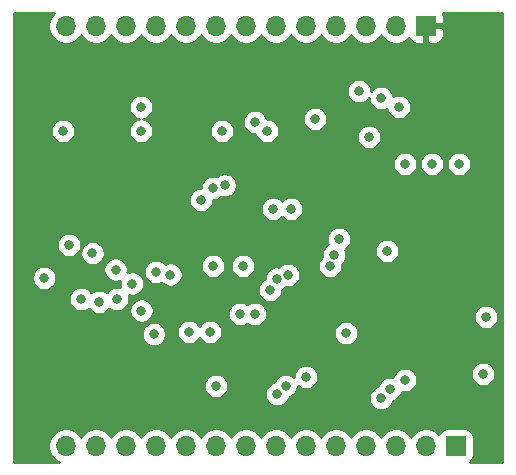
<source format=gbr>
%TF.GenerationSoftware,KiCad,Pcbnew,(5.1.10-1-10_14)*%
%TF.CreationDate,2021-12-17T22:03:29-05:00*%
%TF.ProjectId,Flags Register,466c6167-7320-4526-9567-69737465722e,rev?*%
%TF.SameCoordinates,Original*%
%TF.FileFunction,Copper,L2,Inr*%
%TF.FilePolarity,Positive*%
%FSLAX46Y46*%
G04 Gerber Fmt 4.6, Leading zero omitted, Abs format (unit mm)*
G04 Created by KiCad (PCBNEW (5.1.10-1-10_14)) date 2021-12-17 22:03:29*
%MOMM*%
%LPD*%
G01*
G04 APERTURE LIST*
%TA.AperFunction,ComponentPad*%
%ADD10O,1.700000X1.700000*%
%TD*%
%TA.AperFunction,ComponentPad*%
%ADD11R,1.700000X1.700000*%
%TD*%
%TA.AperFunction,ViaPad*%
%ADD12C,0.800000*%
%TD*%
%TA.AperFunction,Conductor*%
%ADD13C,0.254000*%
%TD*%
%TA.AperFunction,Conductor*%
%ADD14C,0.100000*%
%TD*%
G04 APERTURE END LIST*
D10*
%TO.N,~FLAG_OUT*%
%TO.C,J1*%
X53086000Y-84328000D03*
%TO.N,LOGICAL_CARRY_OUT*%
X55626000Y-84328000D03*
%TO.N,ARITHMETIC_CARRY_OUT*%
X58166000Y-84328000D03*
%TO.N,RESTORE_FLAGS*%
X60706000Y-84328000D03*
%TO.N,CLOCK*%
X63246000Y-84328000D03*
%TO.N,~LATCH_FLAGS*%
X65786000Y-84328000D03*
%TO.N,CF*%
X68326000Y-84328000D03*
%TO.N,SF*%
X70866000Y-84328000D03*
%TO.N,OF*%
X73406000Y-84328000D03*
%TO.N,ZF*%
X75946000Y-84328000D03*
%TO.N,RESET*%
X78486000Y-84328000D03*
%TO.N,VCC*%
X81026000Y-84328000D03*
D11*
%TO.N,GND*%
X83566000Y-84328000D03*
%TD*%
D10*
%TO.N,RES0*%
%TO.C,J2*%
X53086000Y-119888000D03*
%TO.N,RES1*%
X55626000Y-119888000D03*
%TO.N,RES2*%
X58166000Y-119888000D03*
%TO.N,RES3*%
X60706000Y-119888000D03*
%TO.N,RES4*%
X63246000Y-119888000D03*
%TO.N,RES5*%
X65786000Y-119888000D03*
%TO.N,RES6*%
X68326000Y-119888000D03*
%TO.N,RES7*%
X70866000Y-119888000D03*
%TO.N,A7*%
X73406000Y-119888000D03*
%TO.N,B7*%
X75946000Y-119888000D03*
%TO.N,BUS3*%
X78486000Y-119888000D03*
%TO.N,BUS2*%
X81026000Y-119888000D03*
%TO.N,BUS1*%
X83566000Y-119888000D03*
D11*
%TO.N,BUS0*%
X86106000Y-119888000D03*
%TD*%
D12*
%TO.N,GND*%
X84836000Y-103378000D03*
X76484000Y-96744000D03*
X59436000Y-97790000D03*
X54356000Y-99060000D03*
X53706000Y-96662000D03*
X57658000Y-111506000D03*
X68326000Y-111252000D03*
X78387750Y-110899750D03*
X76934000Y-98813488D03*
X71628000Y-110998000D03*
X63399000Y-104547000D03*
X66294000Y-102362000D03*
X88961990Y-100734500D03*
%TO.N,VCC*%
X88646000Y-108966000D03*
X80264000Y-103378000D03*
X70104000Y-93218000D03*
X59436000Y-93218000D03*
X52832000Y-93218000D03*
X71882000Y-105410000D03*
X51246010Y-105664000D03*
X61923392Y-105383427D03*
%TO.N,RESTORE_FLAGS*%
X60706000Y-105156000D03*
%TO.N,CLOCK*%
X76809000Y-110337000D03*
%TO.N,CF*%
X78740000Y-93726000D03*
%TO.N,SF*%
X86360000Y-96012000D03*
X77878490Y-89848155D03*
%TO.N,OF*%
X79756000Y-90424000D03*
X84074000Y-96012000D03*
%TO.N,ZF*%
X81280000Y-91186000D03*
X81788000Y-96012000D03*
%TO.N,RESET*%
X69088000Y-92456000D03*
%TO.N,RES4*%
X57404000Y-107442000D03*
%TO.N,RES5*%
X55880000Y-107696000D03*
X59461834Y-108432166D03*
%TO.N,RES6*%
X54356000Y-107442000D03*
X60514231Y-110422695D03*
%TO.N,RES7*%
X70358000Y-106680000D03*
X65278000Y-110236000D03*
X53340000Y-102870000D03*
%TO.N,A7*%
X70933305Y-105726231D03*
%TO.N,B7*%
X72136000Y-99822000D03*
%TO.N,BUS3*%
X67818000Y-108712000D03*
X70964995Y-115497041D03*
%TO.N,BUS2*%
X69088000Y-108712000D03*
X71672110Y-114789926D03*
X79771832Y-115839832D03*
%TO.N,BUS1*%
X80518000Y-115062000D03*
%TO.N,BUS0*%
X65786000Y-114808000D03*
X73406000Y-114046000D03*
X81788000Y-114300000D03*
%TO.N,MUX_OVERFLOW*%
X75438000Y-104648000D03*
X68072000Y-104648000D03*
%TO.N,MUX_ZERO*%
X65532000Y-104648000D03*
X75779616Y-103708147D03*
%TO.N,~FLAG_OUT*%
X59436000Y-91186000D03*
X74168000Y-92202000D03*
X88392000Y-113792000D03*
%TO.N,Net-(U35-Pad3)*%
X63500000Y-110236000D03*
X55320105Y-103570010D03*
%TO.N,Net-(U36-Pad10)*%
X58685899Y-106132230D03*
X57277760Y-104948703D03*
%TO.N,Net-(U37-Pad13)*%
X65532000Y-98044000D03*
X76200000Y-102362000D03*
%TO.N,Net-(U37-Pad12)*%
X66523500Y-97814500D03*
X70612000Y-99822000D03*
%TO.N,Net-(U37-Pad3)*%
X64516000Y-99060000D03*
X66294000Y-93218000D03*
%TD*%
D13*
%TO.N,GND*%
X51932525Y-83381368D02*
X51770010Y-83624589D01*
X51658068Y-83894842D01*
X51601000Y-84181740D01*
X51601000Y-84474260D01*
X51658068Y-84761158D01*
X51770010Y-85031411D01*
X51932525Y-85274632D01*
X52139368Y-85481475D01*
X52382589Y-85643990D01*
X52652842Y-85755932D01*
X52939740Y-85813000D01*
X53232260Y-85813000D01*
X53519158Y-85755932D01*
X53789411Y-85643990D01*
X54032632Y-85481475D01*
X54239475Y-85274632D01*
X54356000Y-85100240D01*
X54472525Y-85274632D01*
X54679368Y-85481475D01*
X54922589Y-85643990D01*
X55192842Y-85755932D01*
X55479740Y-85813000D01*
X55772260Y-85813000D01*
X56059158Y-85755932D01*
X56329411Y-85643990D01*
X56572632Y-85481475D01*
X56779475Y-85274632D01*
X56896000Y-85100240D01*
X57012525Y-85274632D01*
X57219368Y-85481475D01*
X57462589Y-85643990D01*
X57732842Y-85755932D01*
X58019740Y-85813000D01*
X58312260Y-85813000D01*
X58599158Y-85755932D01*
X58869411Y-85643990D01*
X59112632Y-85481475D01*
X59319475Y-85274632D01*
X59436000Y-85100240D01*
X59552525Y-85274632D01*
X59759368Y-85481475D01*
X60002589Y-85643990D01*
X60272842Y-85755932D01*
X60559740Y-85813000D01*
X60852260Y-85813000D01*
X61139158Y-85755932D01*
X61409411Y-85643990D01*
X61652632Y-85481475D01*
X61859475Y-85274632D01*
X61976000Y-85100240D01*
X62092525Y-85274632D01*
X62299368Y-85481475D01*
X62542589Y-85643990D01*
X62812842Y-85755932D01*
X63099740Y-85813000D01*
X63392260Y-85813000D01*
X63679158Y-85755932D01*
X63949411Y-85643990D01*
X64192632Y-85481475D01*
X64399475Y-85274632D01*
X64516000Y-85100240D01*
X64632525Y-85274632D01*
X64839368Y-85481475D01*
X65082589Y-85643990D01*
X65352842Y-85755932D01*
X65639740Y-85813000D01*
X65932260Y-85813000D01*
X66219158Y-85755932D01*
X66489411Y-85643990D01*
X66732632Y-85481475D01*
X66939475Y-85274632D01*
X67056000Y-85100240D01*
X67172525Y-85274632D01*
X67379368Y-85481475D01*
X67622589Y-85643990D01*
X67892842Y-85755932D01*
X68179740Y-85813000D01*
X68472260Y-85813000D01*
X68759158Y-85755932D01*
X69029411Y-85643990D01*
X69272632Y-85481475D01*
X69479475Y-85274632D01*
X69596000Y-85100240D01*
X69712525Y-85274632D01*
X69919368Y-85481475D01*
X70162589Y-85643990D01*
X70432842Y-85755932D01*
X70719740Y-85813000D01*
X71012260Y-85813000D01*
X71299158Y-85755932D01*
X71569411Y-85643990D01*
X71812632Y-85481475D01*
X72019475Y-85274632D01*
X72136000Y-85100240D01*
X72252525Y-85274632D01*
X72459368Y-85481475D01*
X72702589Y-85643990D01*
X72972842Y-85755932D01*
X73259740Y-85813000D01*
X73552260Y-85813000D01*
X73839158Y-85755932D01*
X74109411Y-85643990D01*
X74352632Y-85481475D01*
X74559475Y-85274632D01*
X74676000Y-85100240D01*
X74792525Y-85274632D01*
X74999368Y-85481475D01*
X75242589Y-85643990D01*
X75512842Y-85755932D01*
X75799740Y-85813000D01*
X76092260Y-85813000D01*
X76379158Y-85755932D01*
X76649411Y-85643990D01*
X76892632Y-85481475D01*
X77099475Y-85274632D01*
X77216000Y-85100240D01*
X77332525Y-85274632D01*
X77539368Y-85481475D01*
X77782589Y-85643990D01*
X78052842Y-85755932D01*
X78339740Y-85813000D01*
X78632260Y-85813000D01*
X78919158Y-85755932D01*
X79189411Y-85643990D01*
X79432632Y-85481475D01*
X79639475Y-85274632D01*
X79756000Y-85100240D01*
X79872525Y-85274632D01*
X80079368Y-85481475D01*
X80322589Y-85643990D01*
X80592842Y-85755932D01*
X80879740Y-85813000D01*
X81172260Y-85813000D01*
X81459158Y-85755932D01*
X81729411Y-85643990D01*
X81972632Y-85481475D01*
X82104487Y-85349620D01*
X82126498Y-85422180D01*
X82185463Y-85532494D01*
X82264815Y-85629185D01*
X82361506Y-85708537D01*
X82471820Y-85767502D01*
X82591518Y-85803812D01*
X82716000Y-85816072D01*
X83280250Y-85813000D01*
X83439000Y-85654250D01*
X83439000Y-84455000D01*
X83693000Y-84455000D01*
X83693000Y-85654250D01*
X83851750Y-85813000D01*
X84416000Y-85816072D01*
X84540482Y-85803812D01*
X84660180Y-85767502D01*
X84770494Y-85708537D01*
X84867185Y-85629185D01*
X84946537Y-85532494D01*
X85005502Y-85422180D01*
X85041812Y-85302482D01*
X85054072Y-85178000D01*
X85051000Y-84613750D01*
X84892250Y-84455000D01*
X83693000Y-84455000D01*
X83439000Y-84455000D01*
X83419000Y-84455000D01*
X83419000Y-84201000D01*
X83439000Y-84201000D01*
X83439000Y-84181000D01*
X83693000Y-84181000D01*
X83693000Y-84201000D01*
X84892250Y-84201000D01*
X85051000Y-84042250D01*
X85054072Y-83478000D01*
X85041812Y-83353518D01*
X85005502Y-83233820D01*
X84992770Y-83210000D01*
X90018000Y-83210000D01*
X90018001Y-89883572D01*
X90018000Y-89883582D01*
X90018001Y-121260000D01*
X87320896Y-121260000D01*
X87407185Y-121189185D01*
X87486537Y-121092494D01*
X87545502Y-120982180D01*
X87581812Y-120862482D01*
X87594072Y-120738000D01*
X87594072Y-119038000D01*
X87581812Y-118913518D01*
X87545502Y-118793820D01*
X87486537Y-118683506D01*
X87407185Y-118586815D01*
X87310494Y-118507463D01*
X87200180Y-118448498D01*
X87080482Y-118412188D01*
X86956000Y-118399928D01*
X85256000Y-118399928D01*
X85131518Y-118412188D01*
X85011820Y-118448498D01*
X84901506Y-118507463D01*
X84804815Y-118586815D01*
X84725463Y-118683506D01*
X84666498Y-118793820D01*
X84644487Y-118866380D01*
X84512632Y-118734525D01*
X84269411Y-118572010D01*
X83999158Y-118460068D01*
X83712260Y-118403000D01*
X83419740Y-118403000D01*
X83132842Y-118460068D01*
X82862589Y-118572010D01*
X82619368Y-118734525D01*
X82412525Y-118941368D01*
X82296000Y-119115760D01*
X82179475Y-118941368D01*
X81972632Y-118734525D01*
X81729411Y-118572010D01*
X81459158Y-118460068D01*
X81172260Y-118403000D01*
X80879740Y-118403000D01*
X80592842Y-118460068D01*
X80322589Y-118572010D01*
X80079368Y-118734525D01*
X79872525Y-118941368D01*
X79756000Y-119115760D01*
X79639475Y-118941368D01*
X79432632Y-118734525D01*
X79189411Y-118572010D01*
X78919158Y-118460068D01*
X78632260Y-118403000D01*
X78339740Y-118403000D01*
X78052842Y-118460068D01*
X77782589Y-118572010D01*
X77539368Y-118734525D01*
X77332525Y-118941368D01*
X77216000Y-119115760D01*
X77099475Y-118941368D01*
X76892632Y-118734525D01*
X76649411Y-118572010D01*
X76379158Y-118460068D01*
X76092260Y-118403000D01*
X75799740Y-118403000D01*
X75512842Y-118460068D01*
X75242589Y-118572010D01*
X74999368Y-118734525D01*
X74792525Y-118941368D01*
X74676000Y-119115760D01*
X74559475Y-118941368D01*
X74352632Y-118734525D01*
X74109411Y-118572010D01*
X73839158Y-118460068D01*
X73552260Y-118403000D01*
X73259740Y-118403000D01*
X72972842Y-118460068D01*
X72702589Y-118572010D01*
X72459368Y-118734525D01*
X72252525Y-118941368D01*
X72136000Y-119115760D01*
X72019475Y-118941368D01*
X71812632Y-118734525D01*
X71569411Y-118572010D01*
X71299158Y-118460068D01*
X71012260Y-118403000D01*
X70719740Y-118403000D01*
X70432842Y-118460068D01*
X70162589Y-118572010D01*
X69919368Y-118734525D01*
X69712525Y-118941368D01*
X69596000Y-119115760D01*
X69479475Y-118941368D01*
X69272632Y-118734525D01*
X69029411Y-118572010D01*
X68759158Y-118460068D01*
X68472260Y-118403000D01*
X68179740Y-118403000D01*
X67892842Y-118460068D01*
X67622589Y-118572010D01*
X67379368Y-118734525D01*
X67172525Y-118941368D01*
X67056000Y-119115760D01*
X66939475Y-118941368D01*
X66732632Y-118734525D01*
X66489411Y-118572010D01*
X66219158Y-118460068D01*
X65932260Y-118403000D01*
X65639740Y-118403000D01*
X65352842Y-118460068D01*
X65082589Y-118572010D01*
X64839368Y-118734525D01*
X64632525Y-118941368D01*
X64516000Y-119115760D01*
X64399475Y-118941368D01*
X64192632Y-118734525D01*
X63949411Y-118572010D01*
X63679158Y-118460068D01*
X63392260Y-118403000D01*
X63099740Y-118403000D01*
X62812842Y-118460068D01*
X62542589Y-118572010D01*
X62299368Y-118734525D01*
X62092525Y-118941368D01*
X61976000Y-119115760D01*
X61859475Y-118941368D01*
X61652632Y-118734525D01*
X61409411Y-118572010D01*
X61139158Y-118460068D01*
X60852260Y-118403000D01*
X60559740Y-118403000D01*
X60272842Y-118460068D01*
X60002589Y-118572010D01*
X59759368Y-118734525D01*
X59552525Y-118941368D01*
X59436000Y-119115760D01*
X59319475Y-118941368D01*
X59112632Y-118734525D01*
X58869411Y-118572010D01*
X58599158Y-118460068D01*
X58312260Y-118403000D01*
X58019740Y-118403000D01*
X57732842Y-118460068D01*
X57462589Y-118572010D01*
X57219368Y-118734525D01*
X57012525Y-118941368D01*
X56896000Y-119115760D01*
X56779475Y-118941368D01*
X56572632Y-118734525D01*
X56329411Y-118572010D01*
X56059158Y-118460068D01*
X55772260Y-118403000D01*
X55479740Y-118403000D01*
X55192842Y-118460068D01*
X54922589Y-118572010D01*
X54679368Y-118734525D01*
X54472525Y-118941368D01*
X54356000Y-119115760D01*
X54239475Y-118941368D01*
X54032632Y-118734525D01*
X53789411Y-118572010D01*
X53519158Y-118460068D01*
X53232260Y-118403000D01*
X52939740Y-118403000D01*
X52652842Y-118460068D01*
X52382589Y-118572010D01*
X52139368Y-118734525D01*
X51932525Y-118941368D01*
X51770010Y-119184589D01*
X51658068Y-119454842D01*
X51601000Y-119741740D01*
X51601000Y-120034260D01*
X51658068Y-120321158D01*
X51770010Y-120591411D01*
X51932525Y-120834632D01*
X52139368Y-121041475D01*
X52382589Y-121203990D01*
X52517810Y-121260000D01*
X48666000Y-121260000D01*
X48666000Y-114706061D01*
X64751000Y-114706061D01*
X64751000Y-114909939D01*
X64790774Y-115109898D01*
X64868795Y-115298256D01*
X64982063Y-115467774D01*
X65126226Y-115611937D01*
X65295744Y-115725205D01*
X65484102Y-115803226D01*
X65684061Y-115843000D01*
X65887939Y-115843000D01*
X66087898Y-115803226D01*
X66276256Y-115725205D01*
X66445774Y-115611937D01*
X66589937Y-115467774D01*
X66638494Y-115395102D01*
X69929995Y-115395102D01*
X69929995Y-115598980D01*
X69969769Y-115798939D01*
X70047790Y-115987297D01*
X70161058Y-116156815D01*
X70305221Y-116300978D01*
X70474739Y-116414246D01*
X70663097Y-116492267D01*
X70863056Y-116532041D01*
X71066934Y-116532041D01*
X71266893Y-116492267D01*
X71455251Y-116414246D01*
X71624769Y-116300978D01*
X71768932Y-116156815D01*
X71882200Y-115987297D01*
X71960221Y-115798939D01*
X71962508Y-115787439D01*
X71974008Y-115785152D01*
X72088100Y-115737893D01*
X78736832Y-115737893D01*
X78736832Y-115941771D01*
X78776606Y-116141730D01*
X78854627Y-116330088D01*
X78967895Y-116499606D01*
X79112058Y-116643769D01*
X79281576Y-116757037D01*
X79469934Y-116835058D01*
X79669893Y-116874832D01*
X79873771Y-116874832D01*
X80073730Y-116835058D01*
X80262088Y-116757037D01*
X80431606Y-116643769D01*
X80575769Y-116499606D01*
X80689037Y-116330088D01*
X80767058Y-116141730D01*
X80782382Y-116064688D01*
X80819898Y-116057226D01*
X81008256Y-115979205D01*
X81177774Y-115865937D01*
X81321937Y-115721774D01*
X81435205Y-115552256D01*
X81513226Y-115363898D01*
X81525333Y-115303030D01*
X81686061Y-115335000D01*
X81889939Y-115335000D01*
X82089898Y-115295226D01*
X82278256Y-115217205D01*
X82447774Y-115103937D01*
X82591937Y-114959774D01*
X82705205Y-114790256D01*
X82783226Y-114601898D01*
X82823000Y-114401939D01*
X82823000Y-114198061D01*
X82783226Y-113998102D01*
X82705205Y-113809744D01*
X82625236Y-113690061D01*
X87357000Y-113690061D01*
X87357000Y-113893939D01*
X87396774Y-114093898D01*
X87474795Y-114282256D01*
X87588063Y-114451774D01*
X87732226Y-114595937D01*
X87901744Y-114709205D01*
X88090102Y-114787226D01*
X88290061Y-114827000D01*
X88493939Y-114827000D01*
X88693898Y-114787226D01*
X88882256Y-114709205D01*
X89051774Y-114595937D01*
X89195937Y-114451774D01*
X89309205Y-114282256D01*
X89387226Y-114093898D01*
X89427000Y-113893939D01*
X89427000Y-113690061D01*
X89387226Y-113490102D01*
X89309205Y-113301744D01*
X89195937Y-113132226D01*
X89051774Y-112988063D01*
X88882256Y-112874795D01*
X88693898Y-112796774D01*
X88493939Y-112757000D01*
X88290061Y-112757000D01*
X88090102Y-112796774D01*
X87901744Y-112874795D01*
X87732226Y-112988063D01*
X87588063Y-113132226D01*
X87474795Y-113301744D01*
X87396774Y-113490102D01*
X87357000Y-113690061D01*
X82625236Y-113690061D01*
X82591937Y-113640226D01*
X82447774Y-113496063D01*
X82278256Y-113382795D01*
X82089898Y-113304774D01*
X81889939Y-113265000D01*
X81686061Y-113265000D01*
X81486102Y-113304774D01*
X81297744Y-113382795D01*
X81128226Y-113496063D01*
X80984063Y-113640226D01*
X80870795Y-113809744D01*
X80792774Y-113998102D01*
X80780667Y-114058970D01*
X80619939Y-114027000D01*
X80416061Y-114027000D01*
X80216102Y-114066774D01*
X80027744Y-114144795D01*
X79858226Y-114258063D01*
X79714063Y-114402226D01*
X79600795Y-114571744D01*
X79522774Y-114760102D01*
X79507450Y-114837144D01*
X79469934Y-114844606D01*
X79281576Y-114922627D01*
X79112058Y-115035895D01*
X78967895Y-115180058D01*
X78854627Y-115349576D01*
X78776606Y-115537934D01*
X78736832Y-115737893D01*
X72088100Y-115737893D01*
X72162366Y-115707131D01*
X72331884Y-115593863D01*
X72476047Y-115449700D01*
X72589315Y-115280182D01*
X72667336Y-115091824D01*
X72707110Y-114891865D01*
X72707110Y-114810821D01*
X72746226Y-114849937D01*
X72915744Y-114963205D01*
X73104102Y-115041226D01*
X73304061Y-115081000D01*
X73507939Y-115081000D01*
X73707898Y-115041226D01*
X73896256Y-114963205D01*
X74065774Y-114849937D01*
X74209937Y-114705774D01*
X74323205Y-114536256D01*
X74401226Y-114347898D01*
X74441000Y-114147939D01*
X74441000Y-113944061D01*
X74401226Y-113744102D01*
X74323205Y-113555744D01*
X74209937Y-113386226D01*
X74065774Y-113242063D01*
X73896256Y-113128795D01*
X73707898Y-113050774D01*
X73507939Y-113011000D01*
X73304061Y-113011000D01*
X73104102Y-113050774D01*
X72915744Y-113128795D01*
X72746226Y-113242063D01*
X72602063Y-113386226D01*
X72488795Y-113555744D01*
X72410774Y-113744102D01*
X72371000Y-113944061D01*
X72371000Y-114025105D01*
X72331884Y-113985989D01*
X72162366Y-113872721D01*
X71974008Y-113794700D01*
X71774049Y-113754926D01*
X71570171Y-113754926D01*
X71370212Y-113794700D01*
X71181854Y-113872721D01*
X71012336Y-113985989D01*
X70868173Y-114130152D01*
X70754905Y-114299670D01*
X70676884Y-114488028D01*
X70674597Y-114499528D01*
X70663097Y-114501815D01*
X70474739Y-114579836D01*
X70305221Y-114693104D01*
X70161058Y-114837267D01*
X70047790Y-115006785D01*
X69969769Y-115195143D01*
X69929995Y-115395102D01*
X66638494Y-115395102D01*
X66703205Y-115298256D01*
X66781226Y-115109898D01*
X66821000Y-114909939D01*
X66821000Y-114706061D01*
X66781226Y-114506102D01*
X66703205Y-114317744D01*
X66589937Y-114148226D01*
X66445774Y-114004063D01*
X66276256Y-113890795D01*
X66087898Y-113812774D01*
X65887939Y-113773000D01*
X65684061Y-113773000D01*
X65484102Y-113812774D01*
X65295744Y-113890795D01*
X65126226Y-114004063D01*
X64982063Y-114148226D01*
X64868795Y-114317744D01*
X64790774Y-114506102D01*
X64751000Y-114706061D01*
X48666000Y-114706061D01*
X48666000Y-110320756D01*
X59479231Y-110320756D01*
X59479231Y-110524634D01*
X59519005Y-110724593D01*
X59597026Y-110912951D01*
X59710294Y-111082469D01*
X59854457Y-111226632D01*
X60023975Y-111339900D01*
X60212333Y-111417921D01*
X60412292Y-111457695D01*
X60616170Y-111457695D01*
X60816129Y-111417921D01*
X61004487Y-111339900D01*
X61174005Y-111226632D01*
X61318168Y-111082469D01*
X61431436Y-110912951D01*
X61509457Y-110724593D01*
X61549231Y-110524634D01*
X61549231Y-110320756D01*
X61512096Y-110134061D01*
X62465000Y-110134061D01*
X62465000Y-110337939D01*
X62504774Y-110537898D01*
X62582795Y-110726256D01*
X62696063Y-110895774D01*
X62840226Y-111039937D01*
X63009744Y-111153205D01*
X63198102Y-111231226D01*
X63398061Y-111271000D01*
X63601939Y-111271000D01*
X63801898Y-111231226D01*
X63990256Y-111153205D01*
X64159774Y-111039937D01*
X64303937Y-110895774D01*
X64389000Y-110768468D01*
X64474063Y-110895774D01*
X64618226Y-111039937D01*
X64787744Y-111153205D01*
X64976102Y-111231226D01*
X65176061Y-111271000D01*
X65379939Y-111271000D01*
X65579898Y-111231226D01*
X65768256Y-111153205D01*
X65937774Y-111039937D01*
X66081937Y-110895774D01*
X66195205Y-110726256D01*
X66273226Y-110537898D01*
X66313000Y-110337939D01*
X66313000Y-110235061D01*
X75774000Y-110235061D01*
X75774000Y-110438939D01*
X75813774Y-110638898D01*
X75891795Y-110827256D01*
X76005063Y-110996774D01*
X76149226Y-111140937D01*
X76318744Y-111254205D01*
X76507102Y-111332226D01*
X76707061Y-111372000D01*
X76910939Y-111372000D01*
X77110898Y-111332226D01*
X77299256Y-111254205D01*
X77468774Y-111140937D01*
X77612937Y-110996774D01*
X77726205Y-110827256D01*
X77804226Y-110638898D01*
X77844000Y-110438939D01*
X77844000Y-110235061D01*
X77804226Y-110035102D01*
X77726205Y-109846744D01*
X77612937Y-109677226D01*
X77468774Y-109533063D01*
X77299256Y-109419795D01*
X77110898Y-109341774D01*
X76910939Y-109302000D01*
X76707061Y-109302000D01*
X76507102Y-109341774D01*
X76318744Y-109419795D01*
X76149226Y-109533063D01*
X76005063Y-109677226D01*
X75891795Y-109846744D01*
X75813774Y-110035102D01*
X75774000Y-110235061D01*
X66313000Y-110235061D01*
X66313000Y-110134061D01*
X66273226Y-109934102D01*
X66195205Y-109745744D01*
X66081937Y-109576226D01*
X65937774Y-109432063D01*
X65768256Y-109318795D01*
X65579898Y-109240774D01*
X65379939Y-109201000D01*
X65176061Y-109201000D01*
X64976102Y-109240774D01*
X64787744Y-109318795D01*
X64618226Y-109432063D01*
X64474063Y-109576226D01*
X64389000Y-109703532D01*
X64303937Y-109576226D01*
X64159774Y-109432063D01*
X63990256Y-109318795D01*
X63801898Y-109240774D01*
X63601939Y-109201000D01*
X63398061Y-109201000D01*
X63198102Y-109240774D01*
X63009744Y-109318795D01*
X62840226Y-109432063D01*
X62696063Y-109576226D01*
X62582795Y-109745744D01*
X62504774Y-109934102D01*
X62465000Y-110134061D01*
X61512096Y-110134061D01*
X61509457Y-110120797D01*
X61431436Y-109932439D01*
X61318168Y-109762921D01*
X61174005Y-109618758D01*
X61004487Y-109505490D01*
X60816129Y-109427469D01*
X60616170Y-109387695D01*
X60412292Y-109387695D01*
X60212333Y-109427469D01*
X60023975Y-109505490D01*
X59854457Y-109618758D01*
X59710294Y-109762921D01*
X59597026Y-109932439D01*
X59519005Y-110120797D01*
X59479231Y-110320756D01*
X48666000Y-110320756D01*
X48666000Y-107340061D01*
X53321000Y-107340061D01*
X53321000Y-107543939D01*
X53360774Y-107743898D01*
X53438795Y-107932256D01*
X53552063Y-108101774D01*
X53696226Y-108245937D01*
X53865744Y-108359205D01*
X54054102Y-108437226D01*
X54254061Y-108477000D01*
X54457939Y-108477000D01*
X54657898Y-108437226D01*
X54846256Y-108359205D01*
X55006716Y-108251989D01*
X55076063Y-108355774D01*
X55220226Y-108499937D01*
X55389744Y-108613205D01*
X55578102Y-108691226D01*
X55778061Y-108731000D01*
X55981939Y-108731000D01*
X56181898Y-108691226D01*
X56370256Y-108613205D01*
X56539774Y-108499937D01*
X56683937Y-108355774D01*
X56753284Y-108251989D01*
X56913744Y-108359205D01*
X57102102Y-108437226D01*
X57302061Y-108477000D01*
X57505939Y-108477000D01*
X57705898Y-108437226D01*
X57894256Y-108359205D01*
X57937624Y-108330227D01*
X58426834Y-108330227D01*
X58426834Y-108534105D01*
X58466608Y-108734064D01*
X58544629Y-108922422D01*
X58657897Y-109091940D01*
X58802060Y-109236103D01*
X58971578Y-109349371D01*
X59159936Y-109427392D01*
X59359895Y-109467166D01*
X59563773Y-109467166D01*
X59763732Y-109427392D01*
X59952090Y-109349371D01*
X60121608Y-109236103D01*
X60265771Y-109091940D01*
X60379039Y-108922422D01*
X60457060Y-108734064D01*
X60481725Y-108610061D01*
X66783000Y-108610061D01*
X66783000Y-108813939D01*
X66822774Y-109013898D01*
X66900795Y-109202256D01*
X67014063Y-109371774D01*
X67158226Y-109515937D01*
X67327744Y-109629205D01*
X67516102Y-109707226D01*
X67716061Y-109747000D01*
X67919939Y-109747000D01*
X68119898Y-109707226D01*
X68308256Y-109629205D01*
X68453000Y-109532490D01*
X68597744Y-109629205D01*
X68786102Y-109707226D01*
X68986061Y-109747000D01*
X69189939Y-109747000D01*
X69389898Y-109707226D01*
X69578256Y-109629205D01*
X69747774Y-109515937D01*
X69891937Y-109371774D01*
X70005205Y-109202256D01*
X70083226Y-109013898D01*
X70113030Y-108864061D01*
X87611000Y-108864061D01*
X87611000Y-109067939D01*
X87650774Y-109267898D01*
X87728795Y-109456256D01*
X87842063Y-109625774D01*
X87986226Y-109769937D01*
X88155744Y-109883205D01*
X88344102Y-109961226D01*
X88544061Y-110001000D01*
X88747939Y-110001000D01*
X88947898Y-109961226D01*
X89136256Y-109883205D01*
X89305774Y-109769937D01*
X89449937Y-109625774D01*
X89563205Y-109456256D01*
X89641226Y-109267898D01*
X89681000Y-109067939D01*
X89681000Y-108864061D01*
X89641226Y-108664102D01*
X89563205Y-108475744D01*
X89449937Y-108306226D01*
X89305774Y-108162063D01*
X89136256Y-108048795D01*
X88947898Y-107970774D01*
X88747939Y-107931000D01*
X88544061Y-107931000D01*
X88344102Y-107970774D01*
X88155744Y-108048795D01*
X87986226Y-108162063D01*
X87842063Y-108306226D01*
X87728795Y-108475744D01*
X87650774Y-108664102D01*
X87611000Y-108864061D01*
X70113030Y-108864061D01*
X70123000Y-108813939D01*
X70123000Y-108610061D01*
X70083226Y-108410102D01*
X70005205Y-108221744D01*
X69891937Y-108052226D01*
X69747774Y-107908063D01*
X69578256Y-107794795D01*
X69389898Y-107716774D01*
X69189939Y-107677000D01*
X68986061Y-107677000D01*
X68786102Y-107716774D01*
X68597744Y-107794795D01*
X68453000Y-107891510D01*
X68308256Y-107794795D01*
X68119898Y-107716774D01*
X67919939Y-107677000D01*
X67716061Y-107677000D01*
X67516102Y-107716774D01*
X67327744Y-107794795D01*
X67158226Y-107908063D01*
X67014063Y-108052226D01*
X66900795Y-108221744D01*
X66822774Y-108410102D01*
X66783000Y-108610061D01*
X60481725Y-108610061D01*
X60496834Y-108534105D01*
X60496834Y-108330227D01*
X60457060Y-108130268D01*
X60379039Y-107941910D01*
X60265771Y-107772392D01*
X60121608Y-107628229D01*
X59952090Y-107514961D01*
X59763732Y-107436940D01*
X59563773Y-107397166D01*
X59359895Y-107397166D01*
X59159936Y-107436940D01*
X58971578Y-107514961D01*
X58802060Y-107628229D01*
X58657897Y-107772392D01*
X58544629Y-107941910D01*
X58466608Y-108130268D01*
X58426834Y-108330227D01*
X57937624Y-108330227D01*
X58063774Y-108245937D01*
X58207937Y-108101774D01*
X58321205Y-107932256D01*
X58399226Y-107743898D01*
X58439000Y-107543939D01*
X58439000Y-107340061D01*
X58399226Y-107140102D01*
X58394885Y-107129621D01*
X58583960Y-107167230D01*
X58787838Y-107167230D01*
X58987797Y-107127456D01*
X59176155Y-107049435D01*
X59345673Y-106936167D01*
X59489836Y-106792004D01*
X59603104Y-106622486D01*
X59621505Y-106578061D01*
X69323000Y-106578061D01*
X69323000Y-106781939D01*
X69362774Y-106981898D01*
X69440795Y-107170256D01*
X69554063Y-107339774D01*
X69698226Y-107483937D01*
X69867744Y-107597205D01*
X70056102Y-107675226D01*
X70256061Y-107715000D01*
X70459939Y-107715000D01*
X70659898Y-107675226D01*
X70848256Y-107597205D01*
X71017774Y-107483937D01*
X71161937Y-107339774D01*
X71275205Y-107170256D01*
X71353226Y-106981898D01*
X71393000Y-106781939D01*
X71393000Y-106656095D01*
X71423561Y-106643436D01*
X71593079Y-106530168D01*
X71695139Y-106428108D01*
X71780061Y-106445000D01*
X71983939Y-106445000D01*
X72183898Y-106405226D01*
X72372256Y-106327205D01*
X72541774Y-106213937D01*
X72685937Y-106069774D01*
X72799205Y-105900256D01*
X72877226Y-105711898D01*
X72917000Y-105511939D01*
X72917000Y-105308061D01*
X72877226Y-105108102D01*
X72799205Y-104919744D01*
X72685937Y-104750226D01*
X72541774Y-104606063D01*
X72451975Y-104546061D01*
X74403000Y-104546061D01*
X74403000Y-104749939D01*
X74442774Y-104949898D01*
X74520795Y-105138256D01*
X74634063Y-105307774D01*
X74778226Y-105451937D01*
X74947744Y-105565205D01*
X75136102Y-105643226D01*
X75336061Y-105683000D01*
X75539939Y-105683000D01*
X75739898Y-105643226D01*
X75928256Y-105565205D01*
X76097774Y-105451937D01*
X76241937Y-105307774D01*
X76355205Y-105138256D01*
X76433226Y-104949898D01*
X76473000Y-104749939D01*
X76473000Y-104546061D01*
X76461787Y-104489687D01*
X76583553Y-104367921D01*
X76696821Y-104198403D01*
X76774842Y-104010045D01*
X76814616Y-103810086D01*
X76814616Y-103606208D01*
X76774842Y-103406249D01*
X76720917Y-103276061D01*
X79229000Y-103276061D01*
X79229000Y-103479939D01*
X79268774Y-103679898D01*
X79346795Y-103868256D01*
X79460063Y-104037774D01*
X79604226Y-104181937D01*
X79773744Y-104295205D01*
X79962102Y-104373226D01*
X80162061Y-104413000D01*
X80365939Y-104413000D01*
X80565898Y-104373226D01*
X80754256Y-104295205D01*
X80923774Y-104181937D01*
X81067937Y-104037774D01*
X81181205Y-103868256D01*
X81259226Y-103679898D01*
X81299000Y-103479939D01*
X81299000Y-103276061D01*
X81259226Y-103076102D01*
X81181205Y-102887744D01*
X81067937Y-102718226D01*
X80923774Y-102574063D01*
X80754256Y-102460795D01*
X80565898Y-102382774D01*
X80365939Y-102343000D01*
X80162061Y-102343000D01*
X79962102Y-102382774D01*
X79773744Y-102460795D01*
X79604226Y-102574063D01*
X79460063Y-102718226D01*
X79346795Y-102887744D01*
X79268774Y-103076102D01*
X79229000Y-103276061D01*
X76720917Y-103276061D01*
X76715290Y-103262478D01*
X76859774Y-103165937D01*
X77003937Y-103021774D01*
X77117205Y-102852256D01*
X77195226Y-102663898D01*
X77235000Y-102463939D01*
X77235000Y-102260061D01*
X77195226Y-102060102D01*
X77117205Y-101871744D01*
X77003937Y-101702226D01*
X76859774Y-101558063D01*
X76690256Y-101444795D01*
X76501898Y-101366774D01*
X76301939Y-101327000D01*
X76098061Y-101327000D01*
X75898102Y-101366774D01*
X75709744Y-101444795D01*
X75540226Y-101558063D01*
X75396063Y-101702226D01*
X75282795Y-101871744D01*
X75204774Y-102060102D01*
X75165000Y-102260061D01*
X75165000Y-102463939D01*
X75204774Y-102663898D01*
X75264326Y-102807669D01*
X75119842Y-102904210D01*
X74975679Y-103048373D01*
X74862411Y-103217891D01*
X74784390Y-103406249D01*
X74744616Y-103606208D01*
X74744616Y-103810086D01*
X74755829Y-103866460D01*
X74634063Y-103988226D01*
X74520795Y-104157744D01*
X74442774Y-104346102D01*
X74403000Y-104546061D01*
X72451975Y-104546061D01*
X72372256Y-104492795D01*
X72183898Y-104414774D01*
X71983939Y-104375000D01*
X71780061Y-104375000D01*
X71580102Y-104414774D01*
X71391744Y-104492795D01*
X71222226Y-104606063D01*
X71120166Y-104708123D01*
X71035244Y-104691231D01*
X70831366Y-104691231D01*
X70631407Y-104731005D01*
X70443049Y-104809026D01*
X70273531Y-104922294D01*
X70129368Y-105066457D01*
X70016100Y-105235975D01*
X69938079Y-105424333D01*
X69898305Y-105624292D01*
X69898305Y-105750136D01*
X69867744Y-105762795D01*
X69698226Y-105876063D01*
X69554063Y-106020226D01*
X69440795Y-106189744D01*
X69362774Y-106378102D01*
X69323000Y-106578061D01*
X59621505Y-106578061D01*
X59681125Y-106434128D01*
X59720899Y-106234169D01*
X59720899Y-106030291D01*
X59681125Y-105830332D01*
X59603104Y-105641974D01*
X59489836Y-105472456D01*
X59345673Y-105328293D01*
X59176155Y-105215025D01*
X58987797Y-105137004D01*
X58787838Y-105097230D01*
X58583960Y-105097230D01*
X58384001Y-105137004D01*
X58287642Y-105176917D01*
X58312079Y-105054061D01*
X59671000Y-105054061D01*
X59671000Y-105257939D01*
X59710774Y-105457898D01*
X59788795Y-105646256D01*
X59902063Y-105815774D01*
X60046226Y-105959937D01*
X60215744Y-106073205D01*
X60404102Y-106151226D01*
X60604061Y-106191000D01*
X60807939Y-106191000D01*
X61007898Y-106151226D01*
X61163166Y-106086912D01*
X61263618Y-106187364D01*
X61433136Y-106300632D01*
X61621494Y-106378653D01*
X61821453Y-106418427D01*
X62025331Y-106418427D01*
X62225290Y-106378653D01*
X62413648Y-106300632D01*
X62583166Y-106187364D01*
X62727329Y-106043201D01*
X62840597Y-105873683D01*
X62918618Y-105685325D01*
X62958392Y-105485366D01*
X62958392Y-105281488D01*
X62918618Y-105081529D01*
X62840597Y-104893171D01*
X62727329Y-104723653D01*
X62583166Y-104579490D01*
X62533136Y-104546061D01*
X64497000Y-104546061D01*
X64497000Y-104749939D01*
X64536774Y-104949898D01*
X64614795Y-105138256D01*
X64728063Y-105307774D01*
X64872226Y-105451937D01*
X65041744Y-105565205D01*
X65230102Y-105643226D01*
X65430061Y-105683000D01*
X65633939Y-105683000D01*
X65833898Y-105643226D01*
X66022256Y-105565205D01*
X66191774Y-105451937D01*
X66335937Y-105307774D01*
X66449205Y-105138256D01*
X66527226Y-104949898D01*
X66567000Y-104749939D01*
X66567000Y-104546061D01*
X67037000Y-104546061D01*
X67037000Y-104749939D01*
X67076774Y-104949898D01*
X67154795Y-105138256D01*
X67268063Y-105307774D01*
X67412226Y-105451937D01*
X67581744Y-105565205D01*
X67770102Y-105643226D01*
X67970061Y-105683000D01*
X68173939Y-105683000D01*
X68373898Y-105643226D01*
X68562256Y-105565205D01*
X68731774Y-105451937D01*
X68875937Y-105307774D01*
X68989205Y-105138256D01*
X69067226Y-104949898D01*
X69107000Y-104749939D01*
X69107000Y-104546061D01*
X69067226Y-104346102D01*
X68989205Y-104157744D01*
X68875937Y-103988226D01*
X68731774Y-103844063D01*
X68562256Y-103730795D01*
X68373898Y-103652774D01*
X68173939Y-103613000D01*
X67970061Y-103613000D01*
X67770102Y-103652774D01*
X67581744Y-103730795D01*
X67412226Y-103844063D01*
X67268063Y-103988226D01*
X67154795Y-104157744D01*
X67076774Y-104346102D01*
X67037000Y-104546061D01*
X66567000Y-104546061D01*
X66527226Y-104346102D01*
X66449205Y-104157744D01*
X66335937Y-103988226D01*
X66191774Y-103844063D01*
X66022256Y-103730795D01*
X65833898Y-103652774D01*
X65633939Y-103613000D01*
X65430061Y-103613000D01*
X65230102Y-103652774D01*
X65041744Y-103730795D01*
X64872226Y-103844063D01*
X64728063Y-103988226D01*
X64614795Y-104157744D01*
X64536774Y-104346102D01*
X64497000Y-104546061D01*
X62533136Y-104546061D01*
X62413648Y-104466222D01*
X62225290Y-104388201D01*
X62025331Y-104348427D01*
X61821453Y-104348427D01*
X61621494Y-104388201D01*
X61466226Y-104452515D01*
X61365774Y-104352063D01*
X61196256Y-104238795D01*
X61007898Y-104160774D01*
X60807939Y-104121000D01*
X60604061Y-104121000D01*
X60404102Y-104160774D01*
X60215744Y-104238795D01*
X60046226Y-104352063D01*
X59902063Y-104496226D01*
X59788795Y-104665744D01*
X59710774Y-104854102D01*
X59671000Y-105054061D01*
X58312079Y-105054061D01*
X58312760Y-105050642D01*
X58312760Y-104846764D01*
X58272986Y-104646805D01*
X58194965Y-104458447D01*
X58081697Y-104288929D01*
X57937534Y-104144766D01*
X57768016Y-104031498D01*
X57579658Y-103953477D01*
X57379699Y-103913703D01*
X57175821Y-103913703D01*
X56975862Y-103953477D01*
X56787504Y-104031498D01*
X56617986Y-104144766D01*
X56473823Y-104288929D01*
X56360555Y-104458447D01*
X56282534Y-104646805D01*
X56242760Y-104846764D01*
X56242760Y-105050642D01*
X56282534Y-105250601D01*
X56360555Y-105438959D01*
X56473823Y-105608477D01*
X56617986Y-105752640D01*
X56787504Y-105865908D01*
X56975862Y-105943929D01*
X57175821Y-105983703D01*
X57379699Y-105983703D01*
X57579658Y-105943929D01*
X57676017Y-105904016D01*
X57650899Y-106030291D01*
X57650899Y-106234169D01*
X57690673Y-106434128D01*
X57695014Y-106444609D01*
X57505939Y-106407000D01*
X57302061Y-106407000D01*
X57102102Y-106446774D01*
X56913744Y-106524795D01*
X56744226Y-106638063D01*
X56600063Y-106782226D01*
X56530716Y-106886011D01*
X56370256Y-106778795D01*
X56181898Y-106700774D01*
X55981939Y-106661000D01*
X55778061Y-106661000D01*
X55578102Y-106700774D01*
X55389744Y-106778795D01*
X55229284Y-106886011D01*
X55159937Y-106782226D01*
X55015774Y-106638063D01*
X54846256Y-106524795D01*
X54657898Y-106446774D01*
X54457939Y-106407000D01*
X54254061Y-106407000D01*
X54054102Y-106446774D01*
X53865744Y-106524795D01*
X53696226Y-106638063D01*
X53552063Y-106782226D01*
X53438795Y-106951744D01*
X53360774Y-107140102D01*
X53321000Y-107340061D01*
X48666000Y-107340061D01*
X48666000Y-105562061D01*
X50211010Y-105562061D01*
X50211010Y-105765939D01*
X50250784Y-105965898D01*
X50328805Y-106154256D01*
X50442073Y-106323774D01*
X50586236Y-106467937D01*
X50755754Y-106581205D01*
X50944112Y-106659226D01*
X51144071Y-106699000D01*
X51347949Y-106699000D01*
X51547908Y-106659226D01*
X51736266Y-106581205D01*
X51905784Y-106467937D01*
X52049947Y-106323774D01*
X52163215Y-106154256D01*
X52241236Y-105965898D01*
X52281010Y-105765939D01*
X52281010Y-105562061D01*
X52241236Y-105362102D01*
X52163215Y-105173744D01*
X52049947Y-105004226D01*
X51905784Y-104860063D01*
X51736266Y-104746795D01*
X51547908Y-104668774D01*
X51347949Y-104629000D01*
X51144071Y-104629000D01*
X50944112Y-104668774D01*
X50755754Y-104746795D01*
X50586236Y-104860063D01*
X50442073Y-105004226D01*
X50328805Y-105173744D01*
X50250784Y-105362102D01*
X50211010Y-105562061D01*
X48666000Y-105562061D01*
X48666000Y-102768061D01*
X52305000Y-102768061D01*
X52305000Y-102971939D01*
X52344774Y-103171898D01*
X52422795Y-103360256D01*
X52536063Y-103529774D01*
X52680226Y-103673937D01*
X52849744Y-103787205D01*
X53038102Y-103865226D01*
X53238061Y-103905000D01*
X53441939Y-103905000D01*
X53641898Y-103865226D01*
X53830256Y-103787205D01*
X53999774Y-103673937D01*
X54143937Y-103529774D01*
X54185165Y-103468071D01*
X54285105Y-103468071D01*
X54285105Y-103671949D01*
X54324879Y-103871908D01*
X54402900Y-104060266D01*
X54516168Y-104229784D01*
X54660331Y-104373947D01*
X54829849Y-104487215D01*
X55018207Y-104565236D01*
X55218166Y-104605010D01*
X55422044Y-104605010D01*
X55622003Y-104565236D01*
X55810361Y-104487215D01*
X55979879Y-104373947D01*
X56124042Y-104229784D01*
X56237310Y-104060266D01*
X56315331Y-103871908D01*
X56355105Y-103671949D01*
X56355105Y-103468071D01*
X56315331Y-103268112D01*
X56237310Y-103079754D01*
X56124042Y-102910236D01*
X55979879Y-102766073D01*
X55810361Y-102652805D01*
X55622003Y-102574784D01*
X55422044Y-102535010D01*
X55218166Y-102535010D01*
X55018207Y-102574784D01*
X54829849Y-102652805D01*
X54660331Y-102766073D01*
X54516168Y-102910236D01*
X54402900Y-103079754D01*
X54324879Y-103268112D01*
X54285105Y-103468071D01*
X54185165Y-103468071D01*
X54257205Y-103360256D01*
X54335226Y-103171898D01*
X54375000Y-102971939D01*
X54375000Y-102768061D01*
X54335226Y-102568102D01*
X54257205Y-102379744D01*
X54143937Y-102210226D01*
X53999774Y-102066063D01*
X53830256Y-101952795D01*
X53641898Y-101874774D01*
X53441939Y-101835000D01*
X53238061Y-101835000D01*
X53038102Y-101874774D01*
X52849744Y-101952795D01*
X52680226Y-102066063D01*
X52536063Y-102210226D01*
X52422795Y-102379744D01*
X52344774Y-102568102D01*
X52305000Y-102768061D01*
X48666000Y-102768061D01*
X48666000Y-98958061D01*
X63481000Y-98958061D01*
X63481000Y-99161939D01*
X63520774Y-99361898D01*
X63598795Y-99550256D01*
X63712063Y-99719774D01*
X63856226Y-99863937D01*
X64025744Y-99977205D01*
X64214102Y-100055226D01*
X64414061Y-100095000D01*
X64617939Y-100095000D01*
X64817898Y-100055226D01*
X65006256Y-99977205D01*
X65175774Y-99863937D01*
X65319650Y-99720061D01*
X69577000Y-99720061D01*
X69577000Y-99923939D01*
X69616774Y-100123898D01*
X69694795Y-100312256D01*
X69808063Y-100481774D01*
X69952226Y-100625937D01*
X70121744Y-100739205D01*
X70310102Y-100817226D01*
X70510061Y-100857000D01*
X70713939Y-100857000D01*
X70913898Y-100817226D01*
X71102256Y-100739205D01*
X71271774Y-100625937D01*
X71374000Y-100523711D01*
X71476226Y-100625937D01*
X71645744Y-100739205D01*
X71834102Y-100817226D01*
X72034061Y-100857000D01*
X72237939Y-100857000D01*
X72437898Y-100817226D01*
X72626256Y-100739205D01*
X72795774Y-100625937D01*
X72939937Y-100481774D01*
X73053205Y-100312256D01*
X73131226Y-100123898D01*
X73171000Y-99923939D01*
X73171000Y-99720061D01*
X73131226Y-99520102D01*
X73053205Y-99331744D01*
X72939937Y-99162226D01*
X72795774Y-99018063D01*
X72626256Y-98904795D01*
X72437898Y-98826774D01*
X72237939Y-98787000D01*
X72034061Y-98787000D01*
X71834102Y-98826774D01*
X71645744Y-98904795D01*
X71476226Y-99018063D01*
X71374000Y-99120289D01*
X71271774Y-99018063D01*
X71102256Y-98904795D01*
X70913898Y-98826774D01*
X70713939Y-98787000D01*
X70510061Y-98787000D01*
X70310102Y-98826774D01*
X70121744Y-98904795D01*
X69952226Y-99018063D01*
X69808063Y-99162226D01*
X69694795Y-99331744D01*
X69616774Y-99520102D01*
X69577000Y-99720061D01*
X65319650Y-99720061D01*
X65319937Y-99719774D01*
X65433205Y-99550256D01*
X65511226Y-99361898D01*
X65551000Y-99161939D01*
X65551000Y-99079000D01*
X65633939Y-99079000D01*
X65833898Y-99039226D01*
X66022256Y-98961205D01*
X66191774Y-98847937D01*
X66228594Y-98811117D01*
X66421561Y-98849500D01*
X66625439Y-98849500D01*
X66825398Y-98809726D01*
X67013756Y-98731705D01*
X67183274Y-98618437D01*
X67327437Y-98474274D01*
X67440705Y-98304756D01*
X67518726Y-98116398D01*
X67558500Y-97916439D01*
X67558500Y-97712561D01*
X67518726Y-97512602D01*
X67440705Y-97324244D01*
X67327437Y-97154726D01*
X67183274Y-97010563D01*
X67013756Y-96897295D01*
X66825398Y-96819274D01*
X66625439Y-96779500D01*
X66421561Y-96779500D01*
X66221602Y-96819274D01*
X66033244Y-96897295D01*
X65863726Y-97010563D01*
X65826906Y-97047383D01*
X65633939Y-97009000D01*
X65430061Y-97009000D01*
X65230102Y-97048774D01*
X65041744Y-97126795D01*
X64872226Y-97240063D01*
X64728063Y-97384226D01*
X64614795Y-97553744D01*
X64536774Y-97742102D01*
X64497000Y-97942061D01*
X64497000Y-98025000D01*
X64414061Y-98025000D01*
X64214102Y-98064774D01*
X64025744Y-98142795D01*
X63856226Y-98256063D01*
X63712063Y-98400226D01*
X63598795Y-98569744D01*
X63520774Y-98758102D01*
X63481000Y-98958061D01*
X48666000Y-98958061D01*
X48666000Y-95910061D01*
X80753000Y-95910061D01*
X80753000Y-96113939D01*
X80792774Y-96313898D01*
X80870795Y-96502256D01*
X80984063Y-96671774D01*
X81128226Y-96815937D01*
X81297744Y-96929205D01*
X81486102Y-97007226D01*
X81686061Y-97047000D01*
X81889939Y-97047000D01*
X82089898Y-97007226D01*
X82278256Y-96929205D01*
X82447774Y-96815937D01*
X82591937Y-96671774D01*
X82705205Y-96502256D01*
X82783226Y-96313898D01*
X82823000Y-96113939D01*
X82823000Y-95910061D01*
X83039000Y-95910061D01*
X83039000Y-96113939D01*
X83078774Y-96313898D01*
X83156795Y-96502256D01*
X83270063Y-96671774D01*
X83414226Y-96815937D01*
X83583744Y-96929205D01*
X83772102Y-97007226D01*
X83972061Y-97047000D01*
X84175939Y-97047000D01*
X84375898Y-97007226D01*
X84564256Y-96929205D01*
X84733774Y-96815937D01*
X84877937Y-96671774D01*
X84991205Y-96502256D01*
X85069226Y-96313898D01*
X85109000Y-96113939D01*
X85109000Y-95910061D01*
X85325000Y-95910061D01*
X85325000Y-96113939D01*
X85364774Y-96313898D01*
X85442795Y-96502256D01*
X85556063Y-96671774D01*
X85700226Y-96815937D01*
X85869744Y-96929205D01*
X86058102Y-97007226D01*
X86258061Y-97047000D01*
X86461939Y-97047000D01*
X86661898Y-97007226D01*
X86850256Y-96929205D01*
X87019774Y-96815937D01*
X87163937Y-96671774D01*
X87277205Y-96502256D01*
X87355226Y-96313898D01*
X87395000Y-96113939D01*
X87395000Y-95910061D01*
X87355226Y-95710102D01*
X87277205Y-95521744D01*
X87163937Y-95352226D01*
X87019774Y-95208063D01*
X86850256Y-95094795D01*
X86661898Y-95016774D01*
X86461939Y-94977000D01*
X86258061Y-94977000D01*
X86058102Y-95016774D01*
X85869744Y-95094795D01*
X85700226Y-95208063D01*
X85556063Y-95352226D01*
X85442795Y-95521744D01*
X85364774Y-95710102D01*
X85325000Y-95910061D01*
X85109000Y-95910061D01*
X85069226Y-95710102D01*
X84991205Y-95521744D01*
X84877937Y-95352226D01*
X84733774Y-95208063D01*
X84564256Y-95094795D01*
X84375898Y-95016774D01*
X84175939Y-94977000D01*
X83972061Y-94977000D01*
X83772102Y-95016774D01*
X83583744Y-95094795D01*
X83414226Y-95208063D01*
X83270063Y-95352226D01*
X83156795Y-95521744D01*
X83078774Y-95710102D01*
X83039000Y-95910061D01*
X82823000Y-95910061D01*
X82783226Y-95710102D01*
X82705205Y-95521744D01*
X82591937Y-95352226D01*
X82447774Y-95208063D01*
X82278256Y-95094795D01*
X82089898Y-95016774D01*
X81889939Y-94977000D01*
X81686061Y-94977000D01*
X81486102Y-95016774D01*
X81297744Y-95094795D01*
X81128226Y-95208063D01*
X80984063Y-95352226D01*
X80870795Y-95521744D01*
X80792774Y-95710102D01*
X80753000Y-95910061D01*
X48666000Y-95910061D01*
X48666000Y-93116061D01*
X51797000Y-93116061D01*
X51797000Y-93319939D01*
X51836774Y-93519898D01*
X51914795Y-93708256D01*
X52028063Y-93877774D01*
X52172226Y-94021937D01*
X52341744Y-94135205D01*
X52530102Y-94213226D01*
X52730061Y-94253000D01*
X52933939Y-94253000D01*
X53133898Y-94213226D01*
X53322256Y-94135205D01*
X53491774Y-94021937D01*
X53635937Y-93877774D01*
X53749205Y-93708256D01*
X53827226Y-93519898D01*
X53867000Y-93319939D01*
X53867000Y-93116061D01*
X53827226Y-92916102D01*
X53749205Y-92727744D01*
X53635937Y-92558226D01*
X53491774Y-92414063D01*
X53322256Y-92300795D01*
X53133898Y-92222774D01*
X52933939Y-92183000D01*
X52730061Y-92183000D01*
X52530102Y-92222774D01*
X52341744Y-92300795D01*
X52172226Y-92414063D01*
X52028063Y-92558226D01*
X51914795Y-92727744D01*
X51836774Y-92916102D01*
X51797000Y-93116061D01*
X48666000Y-93116061D01*
X48666000Y-91084061D01*
X58401000Y-91084061D01*
X58401000Y-91287939D01*
X58440774Y-91487898D01*
X58518795Y-91676256D01*
X58632063Y-91845774D01*
X58776226Y-91989937D01*
X58945744Y-92103205D01*
X59134102Y-92181226D01*
X59238541Y-92202000D01*
X59134102Y-92222774D01*
X58945744Y-92300795D01*
X58776226Y-92414063D01*
X58632063Y-92558226D01*
X58518795Y-92727744D01*
X58440774Y-92916102D01*
X58401000Y-93116061D01*
X58401000Y-93319939D01*
X58440774Y-93519898D01*
X58518795Y-93708256D01*
X58632063Y-93877774D01*
X58776226Y-94021937D01*
X58945744Y-94135205D01*
X59134102Y-94213226D01*
X59334061Y-94253000D01*
X59537939Y-94253000D01*
X59737898Y-94213226D01*
X59926256Y-94135205D01*
X60095774Y-94021937D01*
X60239937Y-93877774D01*
X60353205Y-93708256D01*
X60431226Y-93519898D01*
X60471000Y-93319939D01*
X60471000Y-93116061D01*
X65259000Y-93116061D01*
X65259000Y-93319939D01*
X65298774Y-93519898D01*
X65376795Y-93708256D01*
X65490063Y-93877774D01*
X65634226Y-94021937D01*
X65803744Y-94135205D01*
X65992102Y-94213226D01*
X66192061Y-94253000D01*
X66395939Y-94253000D01*
X66595898Y-94213226D01*
X66784256Y-94135205D01*
X66953774Y-94021937D01*
X67097937Y-93877774D01*
X67211205Y-93708256D01*
X67289226Y-93519898D01*
X67329000Y-93319939D01*
X67329000Y-93116061D01*
X67289226Y-92916102D01*
X67211205Y-92727744D01*
X67097937Y-92558226D01*
X66953774Y-92414063D01*
X66863975Y-92354061D01*
X68053000Y-92354061D01*
X68053000Y-92557939D01*
X68092774Y-92757898D01*
X68170795Y-92946256D01*
X68284063Y-93115774D01*
X68428226Y-93259937D01*
X68597744Y-93373205D01*
X68786102Y-93451226D01*
X68986061Y-93491000D01*
X69103026Y-93491000D01*
X69108774Y-93519898D01*
X69186795Y-93708256D01*
X69300063Y-93877774D01*
X69444226Y-94021937D01*
X69613744Y-94135205D01*
X69802102Y-94213226D01*
X70002061Y-94253000D01*
X70205939Y-94253000D01*
X70405898Y-94213226D01*
X70594256Y-94135205D01*
X70763774Y-94021937D01*
X70907937Y-93877774D01*
X71021205Y-93708256D01*
X71056079Y-93624061D01*
X77705000Y-93624061D01*
X77705000Y-93827939D01*
X77744774Y-94027898D01*
X77822795Y-94216256D01*
X77936063Y-94385774D01*
X78080226Y-94529937D01*
X78249744Y-94643205D01*
X78438102Y-94721226D01*
X78638061Y-94761000D01*
X78841939Y-94761000D01*
X79041898Y-94721226D01*
X79230256Y-94643205D01*
X79399774Y-94529937D01*
X79543937Y-94385774D01*
X79657205Y-94216256D01*
X79735226Y-94027898D01*
X79775000Y-93827939D01*
X79775000Y-93624061D01*
X79735226Y-93424102D01*
X79657205Y-93235744D01*
X79543937Y-93066226D01*
X79399774Y-92922063D01*
X79230256Y-92808795D01*
X79041898Y-92730774D01*
X78841939Y-92691000D01*
X78638061Y-92691000D01*
X78438102Y-92730774D01*
X78249744Y-92808795D01*
X78080226Y-92922063D01*
X77936063Y-93066226D01*
X77822795Y-93235744D01*
X77744774Y-93424102D01*
X77705000Y-93624061D01*
X71056079Y-93624061D01*
X71099226Y-93519898D01*
X71139000Y-93319939D01*
X71139000Y-93116061D01*
X71099226Y-92916102D01*
X71021205Y-92727744D01*
X70907937Y-92558226D01*
X70763774Y-92414063D01*
X70594256Y-92300795D01*
X70405898Y-92222774D01*
X70205939Y-92183000D01*
X70088974Y-92183000D01*
X70083226Y-92154102D01*
X70060842Y-92100061D01*
X73133000Y-92100061D01*
X73133000Y-92303939D01*
X73172774Y-92503898D01*
X73250795Y-92692256D01*
X73364063Y-92861774D01*
X73508226Y-93005937D01*
X73677744Y-93119205D01*
X73866102Y-93197226D01*
X74066061Y-93237000D01*
X74269939Y-93237000D01*
X74469898Y-93197226D01*
X74658256Y-93119205D01*
X74827774Y-93005937D01*
X74971937Y-92861774D01*
X75085205Y-92692256D01*
X75163226Y-92503898D01*
X75203000Y-92303939D01*
X75203000Y-92100061D01*
X75163226Y-91900102D01*
X75085205Y-91711744D01*
X74971937Y-91542226D01*
X74827774Y-91398063D01*
X74658256Y-91284795D01*
X74469898Y-91206774D01*
X74269939Y-91167000D01*
X74066061Y-91167000D01*
X73866102Y-91206774D01*
X73677744Y-91284795D01*
X73508226Y-91398063D01*
X73364063Y-91542226D01*
X73250795Y-91711744D01*
X73172774Y-91900102D01*
X73133000Y-92100061D01*
X70060842Y-92100061D01*
X70005205Y-91965744D01*
X69891937Y-91796226D01*
X69747774Y-91652063D01*
X69578256Y-91538795D01*
X69389898Y-91460774D01*
X69189939Y-91421000D01*
X68986061Y-91421000D01*
X68786102Y-91460774D01*
X68597744Y-91538795D01*
X68428226Y-91652063D01*
X68284063Y-91796226D01*
X68170795Y-91965744D01*
X68092774Y-92154102D01*
X68053000Y-92354061D01*
X66863975Y-92354061D01*
X66784256Y-92300795D01*
X66595898Y-92222774D01*
X66395939Y-92183000D01*
X66192061Y-92183000D01*
X65992102Y-92222774D01*
X65803744Y-92300795D01*
X65634226Y-92414063D01*
X65490063Y-92558226D01*
X65376795Y-92727744D01*
X65298774Y-92916102D01*
X65259000Y-93116061D01*
X60471000Y-93116061D01*
X60431226Y-92916102D01*
X60353205Y-92727744D01*
X60239937Y-92558226D01*
X60095774Y-92414063D01*
X59926256Y-92300795D01*
X59737898Y-92222774D01*
X59633459Y-92202000D01*
X59737898Y-92181226D01*
X59926256Y-92103205D01*
X60095774Y-91989937D01*
X60239937Y-91845774D01*
X60353205Y-91676256D01*
X60431226Y-91487898D01*
X60471000Y-91287939D01*
X60471000Y-91084061D01*
X60431226Y-90884102D01*
X60353205Y-90695744D01*
X60239937Y-90526226D01*
X60095774Y-90382063D01*
X59926256Y-90268795D01*
X59737898Y-90190774D01*
X59537939Y-90151000D01*
X59334061Y-90151000D01*
X59134102Y-90190774D01*
X58945744Y-90268795D01*
X58776226Y-90382063D01*
X58632063Y-90526226D01*
X58518795Y-90695744D01*
X58440774Y-90884102D01*
X58401000Y-91084061D01*
X48666000Y-91084061D01*
X48666000Y-89746216D01*
X76843490Y-89746216D01*
X76843490Y-89950094D01*
X76883264Y-90150053D01*
X76961285Y-90338411D01*
X77074553Y-90507929D01*
X77218716Y-90652092D01*
X77388234Y-90765360D01*
X77576592Y-90843381D01*
X77776551Y-90883155D01*
X77980429Y-90883155D01*
X78180388Y-90843381D01*
X78368746Y-90765360D01*
X78538264Y-90652092D01*
X78682427Y-90507929D01*
X78721000Y-90450200D01*
X78721000Y-90525939D01*
X78760774Y-90725898D01*
X78838795Y-90914256D01*
X78952063Y-91083774D01*
X79096226Y-91227937D01*
X79265744Y-91341205D01*
X79454102Y-91419226D01*
X79654061Y-91459000D01*
X79857939Y-91459000D01*
X80057898Y-91419226D01*
X80246256Y-91341205D01*
X80254500Y-91335697D01*
X80284774Y-91487898D01*
X80362795Y-91676256D01*
X80476063Y-91845774D01*
X80620226Y-91989937D01*
X80789744Y-92103205D01*
X80978102Y-92181226D01*
X81178061Y-92221000D01*
X81381939Y-92221000D01*
X81581898Y-92181226D01*
X81770256Y-92103205D01*
X81939774Y-91989937D01*
X82083937Y-91845774D01*
X82197205Y-91676256D01*
X82275226Y-91487898D01*
X82315000Y-91287939D01*
X82315000Y-91084061D01*
X82275226Y-90884102D01*
X82197205Y-90695744D01*
X82083937Y-90526226D01*
X81939774Y-90382063D01*
X81770256Y-90268795D01*
X81581898Y-90190774D01*
X81381939Y-90151000D01*
X81178061Y-90151000D01*
X80978102Y-90190774D01*
X80789744Y-90268795D01*
X80781500Y-90274303D01*
X80751226Y-90122102D01*
X80673205Y-89933744D01*
X80559937Y-89764226D01*
X80415774Y-89620063D01*
X80246256Y-89506795D01*
X80057898Y-89428774D01*
X79857939Y-89389000D01*
X79654061Y-89389000D01*
X79454102Y-89428774D01*
X79265744Y-89506795D01*
X79096226Y-89620063D01*
X78952063Y-89764226D01*
X78913490Y-89821955D01*
X78913490Y-89746216D01*
X78873716Y-89546257D01*
X78795695Y-89357899D01*
X78682427Y-89188381D01*
X78538264Y-89044218D01*
X78368746Y-88930950D01*
X78180388Y-88852929D01*
X77980429Y-88813155D01*
X77776551Y-88813155D01*
X77576592Y-88852929D01*
X77388234Y-88930950D01*
X77218716Y-89044218D01*
X77074553Y-89188381D01*
X76961285Y-89357899D01*
X76883264Y-89546257D01*
X76843490Y-89746216D01*
X48666000Y-89746216D01*
X48666000Y-83210000D01*
X52103893Y-83210000D01*
X51932525Y-83381368D01*
%TA.AperFunction,Conductor*%
D14*
G36*
X51932525Y-83381368D02*
G01*
X51770010Y-83624589D01*
X51658068Y-83894842D01*
X51601000Y-84181740D01*
X51601000Y-84474260D01*
X51658068Y-84761158D01*
X51770010Y-85031411D01*
X51932525Y-85274632D01*
X52139368Y-85481475D01*
X52382589Y-85643990D01*
X52652842Y-85755932D01*
X52939740Y-85813000D01*
X53232260Y-85813000D01*
X53519158Y-85755932D01*
X53789411Y-85643990D01*
X54032632Y-85481475D01*
X54239475Y-85274632D01*
X54356000Y-85100240D01*
X54472525Y-85274632D01*
X54679368Y-85481475D01*
X54922589Y-85643990D01*
X55192842Y-85755932D01*
X55479740Y-85813000D01*
X55772260Y-85813000D01*
X56059158Y-85755932D01*
X56329411Y-85643990D01*
X56572632Y-85481475D01*
X56779475Y-85274632D01*
X56896000Y-85100240D01*
X57012525Y-85274632D01*
X57219368Y-85481475D01*
X57462589Y-85643990D01*
X57732842Y-85755932D01*
X58019740Y-85813000D01*
X58312260Y-85813000D01*
X58599158Y-85755932D01*
X58869411Y-85643990D01*
X59112632Y-85481475D01*
X59319475Y-85274632D01*
X59436000Y-85100240D01*
X59552525Y-85274632D01*
X59759368Y-85481475D01*
X60002589Y-85643990D01*
X60272842Y-85755932D01*
X60559740Y-85813000D01*
X60852260Y-85813000D01*
X61139158Y-85755932D01*
X61409411Y-85643990D01*
X61652632Y-85481475D01*
X61859475Y-85274632D01*
X61976000Y-85100240D01*
X62092525Y-85274632D01*
X62299368Y-85481475D01*
X62542589Y-85643990D01*
X62812842Y-85755932D01*
X63099740Y-85813000D01*
X63392260Y-85813000D01*
X63679158Y-85755932D01*
X63949411Y-85643990D01*
X64192632Y-85481475D01*
X64399475Y-85274632D01*
X64516000Y-85100240D01*
X64632525Y-85274632D01*
X64839368Y-85481475D01*
X65082589Y-85643990D01*
X65352842Y-85755932D01*
X65639740Y-85813000D01*
X65932260Y-85813000D01*
X66219158Y-85755932D01*
X66489411Y-85643990D01*
X66732632Y-85481475D01*
X66939475Y-85274632D01*
X67056000Y-85100240D01*
X67172525Y-85274632D01*
X67379368Y-85481475D01*
X67622589Y-85643990D01*
X67892842Y-85755932D01*
X68179740Y-85813000D01*
X68472260Y-85813000D01*
X68759158Y-85755932D01*
X69029411Y-85643990D01*
X69272632Y-85481475D01*
X69479475Y-85274632D01*
X69596000Y-85100240D01*
X69712525Y-85274632D01*
X69919368Y-85481475D01*
X70162589Y-85643990D01*
X70432842Y-85755932D01*
X70719740Y-85813000D01*
X71012260Y-85813000D01*
X71299158Y-85755932D01*
X71569411Y-85643990D01*
X71812632Y-85481475D01*
X72019475Y-85274632D01*
X72136000Y-85100240D01*
X72252525Y-85274632D01*
X72459368Y-85481475D01*
X72702589Y-85643990D01*
X72972842Y-85755932D01*
X73259740Y-85813000D01*
X73552260Y-85813000D01*
X73839158Y-85755932D01*
X74109411Y-85643990D01*
X74352632Y-85481475D01*
X74559475Y-85274632D01*
X74676000Y-85100240D01*
X74792525Y-85274632D01*
X74999368Y-85481475D01*
X75242589Y-85643990D01*
X75512842Y-85755932D01*
X75799740Y-85813000D01*
X76092260Y-85813000D01*
X76379158Y-85755932D01*
X76649411Y-85643990D01*
X76892632Y-85481475D01*
X77099475Y-85274632D01*
X77216000Y-85100240D01*
X77332525Y-85274632D01*
X77539368Y-85481475D01*
X77782589Y-85643990D01*
X78052842Y-85755932D01*
X78339740Y-85813000D01*
X78632260Y-85813000D01*
X78919158Y-85755932D01*
X79189411Y-85643990D01*
X79432632Y-85481475D01*
X79639475Y-85274632D01*
X79756000Y-85100240D01*
X79872525Y-85274632D01*
X80079368Y-85481475D01*
X80322589Y-85643990D01*
X80592842Y-85755932D01*
X80879740Y-85813000D01*
X81172260Y-85813000D01*
X81459158Y-85755932D01*
X81729411Y-85643990D01*
X81972632Y-85481475D01*
X82104487Y-85349620D01*
X82126498Y-85422180D01*
X82185463Y-85532494D01*
X82264815Y-85629185D01*
X82361506Y-85708537D01*
X82471820Y-85767502D01*
X82591518Y-85803812D01*
X82716000Y-85816072D01*
X83280250Y-85813000D01*
X83439000Y-85654250D01*
X83439000Y-84455000D01*
X83693000Y-84455000D01*
X83693000Y-85654250D01*
X83851750Y-85813000D01*
X84416000Y-85816072D01*
X84540482Y-85803812D01*
X84660180Y-85767502D01*
X84770494Y-85708537D01*
X84867185Y-85629185D01*
X84946537Y-85532494D01*
X85005502Y-85422180D01*
X85041812Y-85302482D01*
X85054072Y-85178000D01*
X85051000Y-84613750D01*
X84892250Y-84455000D01*
X83693000Y-84455000D01*
X83439000Y-84455000D01*
X83419000Y-84455000D01*
X83419000Y-84201000D01*
X83439000Y-84201000D01*
X83439000Y-84181000D01*
X83693000Y-84181000D01*
X83693000Y-84201000D01*
X84892250Y-84201000D01*
X85051000Y-84042250D01*
X85054072Y-83478000D01*
X85041812Y-83353518D01*
X85005502Y-83233820D01*
X84992770Y-83210000D01*
X90018000Y-83210000D01*
X90018001Y-89883572D01*
X90018000Y-89883582D01*
X90018001Y-121260000D01*
X87320896Y-121260000D01*
X87407185Y-121189185D01*
X87486537Y-121092494D01*
X87545502Y-120982180D01*
X87581812Y-120862482D01*
X87594072Y-120738000D01*
X87594072Y-119038000D01*
X87581812Y-118913518D01*
X87545502Y-118793820D01*
X87486537Y-118683506D01*
X87407185Y-118586815D01*
X87310494Y-118507463D01*
X87200180Y-118448498D01*
X87080482Y-118412188D01*
X86956000Y-118399928D01*
X85256000Y-118399928D01*
X85131518Y-118412188D01*
X85011820Y-118448498D01*
X84901506Y-118507463D01*
X84804815Y-118586815D01*
X84725463Y-118683506D01*
X84666498Y-118793820D01*
X84644487Y-118866380D01*
X84512632Y-118734525D01*
X84269411Y-118572010D01*
X83999158Y-118460068D01*
X83712260Y-118403000D01*
X83419740Y-118403000D01*
X83132842Y-118460068D01*
X82862589Y-118572010D01*
X82619368Y-118734525D01*
X82412525Y-118941368D01*
X82296000Y-119115760D01*
X82179475Y-118941368D01*
X81972632Y-118734525D01*
X81729411Y-118572010D01*
X81459158Y-118460068D01*
X81172260Y-118403000D01*
X80879740Y-118403000D01*
X80592842Y-118460068D01*
X80322589Y-118572010D01*
X80079368Y-118734525D01*
X79872525Y-118941368D01*
X79756000Y-119115760D01*
X79639475Y-118941368D01*
X79432632Y-118734525D01*
X79189411Y-118572010D01*
X78919158Y-118460068D01*
X78632260Y-118403000D01*
X78339740Y-118403000D01*
X78052842Y-118460068D01*
X77782589Y-118572010D01*
X77539368Y-118734525D01*
X77332525Y-118941368D01*
X77216000Y-119115760D01*
X77099475Y-118941368D01*
X76892632Y-118734525D01*
X76649411Y-118572010D01*
X76379158Y-118460068D01*
X76092260Y-118403000D01*
X75799740Y-118403000D01*
X75512842Y-118460068D01*
X75242589Y-118572010D01*
X74999368Y-118734525D01*
X74792525Y-118941368D01*
X74676000Y-119115760D01*
X74559475Y-118941368D01*
X74352632Y-118734525D01*
X74109411Y-118572010D01*
X73839158Y-118460068D01*
X73552260Y-118403000D01*
X73259740Y-118403000D01*
X72972842Y-118460068D01*
X72702589Y-118572010D01*
X72459368Y-118734525D01*
X72252525Y-118941368D01*
X72136000Y-119115760D01*
X72019475Y-118941368D01*
X71812632Y-118734525D01*
X71569411Y-118572010D01*
X71299158Y-118460068D01*
X71012260Y-118403000D01*
X70719740Y-118403000D01*
X70432842Y-118460068D01*
X70162589Y-118572010D01*
X69919368Y-118734525D01*
X69712525Y-118941368D01*
X69596000Y-119115760D01*
X69479475Y-118941368D01*
X69272632Y-118734525D01*
X69029411Y-118572010D01*
X68759158Y-118460068D01*
X68472260Y-118403000D01*
X68179740Y-118403000D01*
X67892842Y-118460068D01*
X67622589Y-118572010D01*
X67379368Y-118734525D01*
X67172525Y-118941368D01*
X67056000Y-119115760D01*
X66939475Y-118941368D01*
X66732632Y-118734525D01*
X66489411Y-118572010D01*
X66219158Y-118460068D01*
X65932260Y-118403000D01*
X65639740Y-118403000D01*
X65352842Y-118460068D01*
X65082589Y-118572010D01*
X64839368Y-118734525D01*
X64632525Y-118941368D01*
X64516000Y-119115760D01*
X64399475Y-118941368D01*
X64192632Y-118734525D01*
X63949411Y-118572010D01*
X63679158Y-118460068D01*
X63392260Y-118403000D01*
X63099740Y-118403000D01*
X62812842Y-118460068D01*
X62542589Y-118572010D01*
X62299368Y-118734525D01*
X62092525Y-118941368D01*
X61976000Y-119115760D01*
X61859475Y-118941368D01*
X61652632Y-118734525D01*
X61409411Y-118572010D01*
X61139158Y-118460068D01*
X60852260Y-118403000D01*
X60559740Y-118403000D01*
X60272842Y-118460068D01*
X60002589Y-118572010D01*
X59759368Y-118734525D01*
X59552525Y-118941368D01*
X59436000Y-119115760D01*
X59319475Y-118941368D01*
X59112632Y-118734525D01*
X58869411Y-118572010D01*
X58599158Y-118460068D01*
X58312260Y-118403000D01*
X58019740Y-118403000D01*
X57732842Y-118460068D01*
X57462589Y-118572010D01*
X57219368Y-118734525D01*
X57012525Y-118941368D01*
X56896000Y-119115760D01*
X56779475Y-118941368D01*
X56572632Y-118734525D01*
X56329411Y-118572010D01*
X56059158Y-118460068D01*
X55772260Y-118403000D01*
X55479740Y-118403000D01*
X55192842Y-118460068D01*
X54922589Y-118572010D01*
X54679368Y-118734525D01*
X54472525Y-118941368D01*
X54356000Y-119115760D01*
X54239475Y-118941368D01*
X54032632Y-118734525D01*
X53789411Y-118572010D01*
X53519158Y-118460068D01*
X53232260Y-118403000D01*
X52939740Y-118403000D01*
X52652842Y-118460068D01*
X52382589Y-118572010D01*
X52139368Y-118734525D01*
X51932525Y-118941368D01*
X51770010Y-119184589D01*
X51658068Y-119454842D01*
X51601000Y-119741740D01*
X51601000Y-120034260D01*
X51658068Y-120321158D01*
X51770010Y-120591411D01*
X51932525Y-120834632D01*
X52139368Y-121041475D01*
X52382589Y-121203990D01*
X52517810Y-121260000D01*
X48666000Y-121260000D01*
X48666000Y-114706061D01*
X64751000Y-114706061D01*
X64751000Y-114909939D01*
X64790774Y-115109898D01*
X64868795Y-115298256D01*
X64982063Y-115467774D01*
X65126226Y-115611937D01*
X65295744Y-115725205D01*
X65484102Y-115803226D01*
X65684061Y-115843000D01*
X65887939Y-115843000D01*
X66087898Y-115803226D01*
X66276256Y-115725205D01*
X66445774Y-115611937D01*
X66589937Y-115467774D01*
X66638494Y-115395102D01*
X69929995Y-115395102D01*
X69929995Y-115598980D01*
X69969769Y-115798939D01*
X70047790Y-115987297D01*
X70161058Y-116156815D01*
X70305221Y-116300978D01*
X70474739Y-116414246D01*
X70663097Y-116492267D01*
X70863056Y-116532041D01*
X71066934Y-116532041D01*
X71266893Y-116492267D01*
X71455251Y-116414246D01*
X71624769Y-116300978D01*
X71768932Y-116156815D01*
X71882200Y-115987297D01*
X71960221Y-115798939D01*
X71962508Y-115787439D01*
X71974008Y-115785152D01*
X72088100Y-115737893D01*
X78736832Y-115737893D01*
X78736832Y-115941771D01*
X78776606Y-116141730D01*
X78854627Y-116330088D01*
X78967895Y-116499606D01*
X79112058Y-116643769D01*
X79281576Y-116757037D01*
X79469934Y-116835058D01*
X79669893Y-116874832D01*
X79873771Y-116874832D01*
X80073730Y-116835058D01*
X80262088Y-116757037D01*
X80431606Y-116643769D01*
X80575769Y-116499606D01*
X80689037Y-116330088D01*
X80767058Y-116141730D01*
X80782382Y-116064688D01*
X80819898Y-116057226D01*
X81008256Y-115979205D01*
X81177774Y-115865937D01*
X81321937Y-115721774D01*
X81435205Y-115552256D01*
X81513226Y-115363898D01*
X81525333Y-115303030D01*
X81686061Y-115335000D01*
X81889939Y-115335000D01*
X82089898Y-115295226D01*
X82278256Y-115217205D01*
X82447774Y-115103937D01*
X82591937Y-114959774D01*
X82705205Y-114790256D01*
X82783226Y-114601898D01*
X82823000Y-114401939D01*
X82823000Y-114198061D01*
X82783226Y-113998102D01*
X82705205Y-113809744D01*
X82625236Y-113690061D01*
X87357000Y-113690061D01*
X87357000Y-113893939D01*
X87396774Y-114093898D01*
X87474795Y-114282256D01*
X87588063Y-114451774D01*
X87732226Y-114595937D01*
X87901744Y-114709205D01*
X88090102Y-114787226D01*
X88290061Y-114827000D01*
X88493939Y-114827000D01*
X88693898Y-114787226D01*
X88882256Y-114709205D01*
X89051774Y-114595937D01*
X89195937Y-114451774D01*
X89309205Y-114282256D01*
X89387226Y-114093898D01*
X89427000Y-113893939D01*
X89427000Y-113690061D01*
X89387226Y-113490102D01*
X89309205Y-113301744D01*
X89195937Y-113132226D01*
X89051774Y-112988063D01*
X88882256Y-112874795D01*
X88693898Y-112796774D01*
X88493939Y-112757000D01*
X88290061Y-112757000D01*
X88090102Y-112796774D01*
X87901744Y-112874795D01*
X87732226Y-112988063D01*
X87588063Y-113132226D01*
X87474795Y-113301744D01*
X87396774Y-113490102D01*
X87357000Y-113690061D01*
X82625236Y-113690061D01*
X82591937Y-113640226D01*
X82447774Y-113496063D01*
X82278256Y-113382795D01*
X82089898Y-113304774D01*
X81889939Y-113265000D01*
X81686061Y-113265000D01*
X81486102Y-113304774D01*
X81297744Y-113382795D01*
X81128226Y-113496063D01*
X80984063Y-113640226D01*
X80870795Y-113809744D01*
X80792774Y-113998102D01*
X80780667Y-114058970D01*
X80619939Y-114027000D01*
X80416061Y-114027000D01*
X80216102Y-114066774D01*
X80027744Y-114144795D01*
X79858226Y-114258063D01*
X79714063Y-114402226D01*
X79600795Y-114571744D01*
X79522774Y-114760102D01*
X79507450Y-114837144D01*
X79469934Y-114844606D01*
X79281576Y-114922627D01*
X79112058Y-115035895D01*
X78967895Y-115180058D01*
X78854627Y-115349576D01*
X78776606Y-115537934D01*
X78736832Y-115737893D01*
X72088100Y-115737893D01*
X72162366Y-115707131D01*
X72331884Y-115593863D01*
X72476047Y-115449700D01*
X72589315Y-115280182D01*
X72667336Y-115091824D01*
X72707110Y-114891865D01*
X72707110Y-114810821D01*
X72746226Y-114849937D01*
X72915744Y-114963205D01*
X73104102Y-115041226D01*
X73304061Y-115081000D01*
X73507939Y-115081000D01*
X73707898Y-115041226D01*
X73896256Y-114963205D01*
X74065774Y-114849937D01*
X74209937Y-114705774D01*
X74323205Y-114536256D01*
X74401226Y-114347898D01*
X74441000Y-114147939D01*
X74441000Y-113944061D01*
X74401226Y-113744102D01*
X74323205Y-113555744D01*
X74209937Y-113386226D01*
X74065774Y-113242063D01*
X73896256Y-113128795D01*
X73707898Y-113050774D01*
X73507939Y-113011000D01*
X73304061Y-113011000D01*
X73104102Y-113050774D01*
X72915744Y-113128795D01*
X72746226Y-113242063D01*
X72602063Y-113386226D01*
X72488795Y-113555744D01*
X72410774Y-113744102D01*
X72371000Y-113944061D01*
X72371000Y-114025105D01*
X72331884Y-113985989D01*
X72162366Y-113872721D01*
X71974008Y-113794700D01*
X71774049Y-113754926D01*
X71570171Y-113754926D01*
X71370212Y-113794700D01*
X71181854Y-113872721D01*
X71012336Y-113985989D01*
X70868173Y-114130152D01*
X70754905Y-114299670D01*
X70676884Y-114488028D01*
X70674597Y-114499528D01*
X70663097Y-114501815D01*
X70474739Y-114579836D01*
X70305221Y-114693104D01*
X70161058Y-114837267D01*
X70047790Y-115006785D01*
X69969769Y-115195143D01*
X69929995Y-115395102D01*
X66638494Y-115395102D01*
X66703205Y-115298256D01*
X66781226Y-115109898D01*
X66821000Y-114909939D01*
X66821000Y-114706061D01*
X66781226Y-114506102D01*
X66703205Y-114317744D01*
X66589937Y-114148226D01*
X66445774Y-114004063D01*
X66276256Y-113890795D01*
X66087898Y-113812774D01*
X65887939Y-113773000D01*
X65684061Y-113773000D01*
X65484102Y-113812774D01*
X65295744Y-113890795D01*
X65126226Y-114004063D01*
X64982063Y-114148226D01*
X64868795Y-114317744D01*
X64790774Y-114506102D01*
X64751000Y-114706061D01*
X48666000Y-114706061D01*
X48666000Y-110320756D01*
X59479231Y-110320756D01*
X59479231Y-110524634D01*
X59519005Y-110724593D01*
X59597026Y-110912951D01*
X59710294Y-111082469D01*
X59854457Y-111226632D01*
X60023975Y-111339900D01*
X60212333Y-111417921D01*
X60412292Y-111457695D01*
X60616170Y-111457695D01*
X60816129Y-111417921D01*
X61004487Y-111339900D01*
X61174005Y-111226632D01*
X61318168Y-111082469D01*
X61431436Y-110912951D01*
X61509457Y-110724593D01*
X61549231Y-110524634D01*
X61549231Y-110320756D01*
X61512096Y-110134061D01*
X62465000Y-110134061D01*
X62465000Y-110337939D01*
X62504774Y-110537898D01*
X62582795Y-110726256D01*
X62696063Y-110895774D01*
X62840226Y-111039937D01*
X63009744Y-111153205D01*
X63198102Y-111231226D01*
X63398061Y-111271000D01*
X63601939Y-111271000D01*
X63801898Y-111231226D01*
X63990256Y-111153205D01*
X64159774Y-111039937D01*
X64303937Y-110895774D01*
X64389000Y-110768468D01*
X64474063Y-110895774D01*
X64618226Y-111039937D01*
X64787744Y-111153205D01*
X64976102Y-111231226D01*
X65176061Y-111271000D01*
X65379939Y-111271000D01*
X65579898Y-111231226D01*
X65768256Y-111153205D01*
X65937774Y-111039937D01*
X66081937Y-110895774D01*
X66195205Y-110726256D01*
X66273226Y-110537898D01*
X66313000Y-110337939D01*
X66313000Y-110235061D01*
X75774000Y-110235061D01*
X75774000Y-110438939D01*
X75813774Y-110638898D01*
X75891795Y-110827256D01*
X76005063Y-110996774D01*
X76149226Y-111140937D01*
X76318744Y-111254205D01*
X76507102Y-111332226D01*
X76707061Y-111372000D01*
X76910939Y-111372000D01*
X77110898Y-111332226D01*
X77299256Y-111254205D01*
X77468774Y-111140937D01*
X77612937Y-110996774D01*
X77726205Y-110827256D01*
X77804226Y-110638898D01*
X77844000Y-110438939D01*
X77844000Y-110235061D01*
X77804226Y-110035102D01*
X77726205Y-109846744D01*
X77612937Y-109677226D01*
X77468774Y-109533063D01*
X77299256Y-109419795D01*
X77110898Y-109341774D01*
X76910939Y-109302000D01*
X76707061Y-109302000D01*
X76507102Y-109341774D01*
X76318744Y-109419795D01*
X76149226Y-109533063D01*
X76005063Y-109677226D01*
X75891795Y-109846744D01*
X75813774Y-110035102D01*
X75774000Y-110235061D01*
X66313000Y-110235061D01*
X66313000Y-110134061D01*
X66273226Y-109934102D01*
X66195205Y-109745744D01*
X66081937Y-109576226D01*
X65937774Y-109432063D01*
X65768256Y-109318795D01*
X65579898Y-109240774D01*
X65379939Y-109201000D01*
X65176061Y-109201000D01*
X64976102Y-109240774D01*
X64787744Y-109318795D01*
X64618226Y-109432063D01*
X64474063Y-109576226D01*
X64389000Y-109703532D01*
X64303937Y-109576226D01*
X64159774Y-109432063D01*
X63990256Y-109318795D01*
X63801898Y-109240774D01*
X63601939Y-109201000D01*
X63398061Y-109201000D01*
X63198102Y-109240774D01*
X63009744Y-109318795D01*
X62840226Y-109432063D01*
X62696063Y-109576226D01*
X62582795Y-109745744D01*
X62504774Y-109934102D01*
X62465000Y-110134061D01*
X61512096Y-110134061D01*
X61509457Y-110120797D01*
X61431436Y-109932439D01*
X61318168Y-109762921D01*
X61174005Y-109618758D01*
X61004487Y-109505490D01*
X60816129Y-109427469D01*
X60616170Y-109387695D01*
X60412292Y-109387695D01*
X60212333Y-109427469D01*
X60023975Y-109505490D01*
X59854457Y-109618758D01*
X59710294Y-109762921D01*
X59597026Y-109932439D01*
X59519005Y-110120797D01*
X59479231Y-110320756D01*
X48666000Y-110320756D01*
X48666000Y-107340061D01*
X53321000Y-107340061D01*
X53321000Y-107543939D01*
X53360774Y-107743898D01*
X53438795Y-107932256D01*
X53552063Y-108101774D01*
X53696226Y-108245937D01*
X53865744Y-108359205D01*
X54054102Y-108437226D01*
X54254061Y-108477000D01*
X54457939Y-108477000D01*
X54657898Y-108437226D01*
X54846256Y-108359205D01*
X55006716Y-108251989D01*
X55076063Y-108355774D01*
X55220226Y-108499937D01*
X55389744Y-108613205D01*
X55578102Y-108691226D01*
X55778061Y-108731000D01*
X55981939Y-108731000D01*
X56181898Y-108691226D01*
X56370256Y-108613205D01*
X56539774Y-108499937D01*
X56683937Y-108355774D01*
X56753284Y-108251989D01*
X56913744Y-108359205D01*
X57102102Y-108437226D01*
X57302061Y-108477000D01*
X57505939Y-108477000D01*
X57705898Y-108437226D01*
X57894256Y-108359205D01*
X57937624Y-108330227D01*
X58426834Y-108330227D01*
X58426834Y-108534105D01*
X58466608Y-108734064D01*
X58544629Y-108922422D01*
X58657897Y-109091940D01*
X58802060Y-109236103D01*
X58971578Y-109349371D01*
X59159936Y-109427392D01*
X59359895Y-109467166D01*
X59563773Y-109467166D01*
X59763732Y-109427392D01*
X59952090Y-109349371D01*
X60121608Y-109236103D01*
X60265771Y-109091940D01*
X60379039Y-108922422D01*
X60457060Y-108734064D01*
X60481725Y-108610061D01*
X66783000Y-108610061D01*
X66783000Y-108813939D01*
X66822774Y-109013898D01*
X66900795Y-109202256D01*
X67014063Y-109371774D01*
X67158226Y-109515937D01*
X67327744Y-109629205D01*
X67516102Y-109707226D01*
X67716061Y-109747000D01*
X67919939Y-109747000D01*
X68119898Y-109707226D01*
X68308256Y-109629205D01*
X68453000Y-109532490D01*
X68597744Y-109629205D01*
X68786102Y-109707226D01*
X68986061Y-109747000D01*
X69189939Y-109747000D01*
X69389898Y-109707226D01*
X69578256Y-109629205D01*
X69747774Y-109515937D01*
X69891937Y-109371774D01*
X70005205Y-109202256D01*
X70083226Y-109013898D01*
X70113030Y-108864061D01*
X87611000Y-108864061D01*
X87611000Y-109067939D01*
X87650774Y-109267898D01*
X87728795Y-109456256D01*
X87842063Y-109625774D01*
X87986226Y-109769937D01*
X88155744Y-109883205D01*
X88344102Y-109961226D01*
X88544061Y-110001000D01*
X88747939Y-110001000D01*
X88947898Y-109961226D01*
X89136256Y-109883205D01*
X89305774Y-109769937D01*
X89449937Y-109625774D01*
X89563205Y-109456256D01*
X89641226Y-109267898D01*
X89681000Y-109067939D01*
X89681000Y-108864061D01*
X89641226Y-108664102D01*
X89563205Y-108475744D01*
X89449937Y-108306226D01*
X89305774Y-108162063D01*
X89136256Y-108048795D01*
X88947898Y-107970774D01*
X88747939Y-107931000D01*
X88544061Y-107931000D01*
X88344102Y-107970774D01*
X88155744Y-108048795D01*
X87986226Y-108162063D01*
X87842063Y-108306226D01*
X87728795Y-108475744D01*
X87650774Y-108664102D01*
X87611000Y-108864061D01*
X70113030Y-108864061D01*
X70123000Y-108813939D01*
X70123000Y-108610061D01*
X70083226Y-108410102D01*
X70005205Y-108221744D01*
X69891937Y-108052226D01*
X69747774Y-107908063D01*
X69578256Y-107794795D01*
X69389898Y-107716774D01*
X69189939Y-107677000D01*
X68986061Y-107677000D01*
X68786102Y-107716774D01*
X68597744Y-107794795D01*
X68453000Y-107891510D01*
X68308256Y-107794795D01*
X68119898Y-107716774D01*
X67919939Y-107677000D01*
X67716061Y-107677000D01*
X67516102Y-107716774D01*
X67327744Y-107794795D01*
X67158226Y-107908063D01*
X67014063Y-108052226D01*
X66900795Y-108221744D01*
X66822774Y-108410102D01*
X66783000Y-108610061D01*
X60481725Y-108610061D01*
X60496834Y-108534105D01*
X60496834Y-108330227D01*
X60457060Y-108130268D01*
X60379039Y-107941910D01*
X60265771Y-107772392D01*
X60121608Y-107628229D01*
X59952090Y-107514961D01*
X59763732Y-107436940D01*
X59563773Y-107397166D01*
X59359895Y-107397166D01*
X59159936Y-107436940D01*
X58971578Y-107514961D01*
X58802060Y-107628229D01*
X58657897Y-107772392D01*
X58544629Y-107941910D01*
X58466608Y-108130268D01*
X58426834Y-108330227D01*
X57937624Y-108330227D01*
X58063774Y-108245937D01*
X58207937Y-108101774D01*
X58321205Y-107932256D01*
X58399226Y-107743898D01*
X58439000Y-107543939D01*
X58439000Y-107340061D01*
X58399226Y-107140102D01*
X58394885Y-107129621D01*
X58583960Y-107167230D01*
X58787838Y-107167230D01*
X58987797Y-107127456D01*
X59176155Y-107049435D01*
X59345673Y-106936167D01*
X59489836Y-106792004D01*
X59603104Y-106622486D01*
X59621505Y-106578061D01*
X69323000Y-106578061D01*
X69323000Y-106781939D01*
X69362774Y-106981898D01*
X69440795Y-107170256D01*
X69554063Y-107339774D01*
X69698226Y-107483937D01*
X69867744Y-107597205D01*
X70056102Y-107675226D01*
X70256061Y-107715000D01*
X70459939Y-107715000D01*
X70659898Y-107675226D01*
X70848256Y-107597205D01*
X71017774Y-107483937D01*
X71161937Y-107339774D01*
X71275205Y-107170256D01*
X71353226Y-106981898D01*
X71393000Y-106781939D01*
X71393000Y-106656095D01*
X71423561Y-106643436D01*
X71593079Y-106530168D01*
X71695139Y-106428108D01*
X71780061Y-106445000D01*
X71983939Y-106445000D01*
X72183898Y-106405226D01*
X72372256Y-106327205D01*
X72541774Y-106213937D01*
X72685937Y-106069774D01*
X72799205Y-105900256D01*
X72877226Y-105711898D01*
X72917000Y-105511939D01*
X72917000Y-105308061D01*
X72877226Y-105108102D01*
X72799205Y-104919744D01*
X72685937Y-104750226D01*
X72541774Y-104606063D01*
X72451975Y-104546061D01*
X74403000Y-104546061D01*
X74403000Y-104749939D01*
X74442774Y-104949898D01*
X74520795Y-105138256D01*
X74634063Y-105307774D01*
X74778226Y-105451937D01*
X74947744Y-105565205D01*
X75136102Y-105643226D01*
X75336061Y-105683000D01*
X75539939Y-105683000D01*
X75739898Y-105643226D01*
X75928256Y-105565205D01*
X76097774Y-105451937D01*
X76241937Y-105307774D01*
X76355205Y-105138256D01*
X76433226Y-104949898D01*
X76473000Y-104749939D01*
X76473000Y-104546061D01*
X76461787Y-104489687D01*
X76583553Y-104367921D01*
X76696821Y-104198403D01*
X76774842Y-104010045D01*
X76814616Y-103810086D01*
X76814616Y-103606208D01*
X76774842Y-103406249D01*
X76720917Y-103276061D01*
X79229000Y-103276061D01*
X79229000Y-103479939D01*
X79268774Y-103679898D01*
X79346795Y-103868256D01*
X79460063Y-104037774D01*
X79604226Y-104181937D01*
X79773744Y-104295205D01*
X79962102Y-104373226D01*
X80162061Y-104413000D01*
X80365939Y-104413000D01*
X80565898Y-104373226D01*
X80754256Y-104295205D01*
X80923774Y-104181937D01*
X81067937Y-104037774D01*
X81181205Y-103868256D01*
X81259226Y-103679898D01*
X81299000Y-103479939D01*
X81299000Y-103276061D01*
X81259226Y-103076102D01*
X81181205Y-102887744D01*
X81067937Y-102718226D01*
X80923774Y-102574063D01*
X80754256Y-102460795D01*
X80565898Y-102382774D01*
X80365939Y-102343000D01*
X80162061Y-102343000D01*
X79962102Y-102382774D01*
X79773744Y-102460795D01*
X79604226Y-102574063D01*
X79460063Y-102718226D01*
X79346795Y-102887744D01*
X79268774Y-103076102D01*
X79229000Y-103276061D01*
X76720917Y-103276061D01*
X76715290Y-103262478D01*
X76859774Y-103165937D01*
X77003937Y-103021774D01*
X77117205Y-102852256D01*
X77195226Y-102663898D01*
X77235000Y-102463939D01*
X77235000Y-102260061D01*
X77195226Y-102060102D01*
X77117205Y-101871744D01*
X77003937Y-101702226D01*
X76859774Y-101558063D01*
X76690256Y-101444795D01*
X76501898Y-101366774D01*
X76301939Y-101327000D01*
X76098061Y-101327000D01*
X75898102Y-101366774D01*
X75709744Y-101444795D01*
X75540226Y-101558063D01*
X75396063Y-101702226D01*
X75282795Y-101871744D01*
X75204774Y-102060102D01*
X75165000Y-102260061D01*
X75165000Y-102463939D01*
X75204774Y-102663898D01*
X75264326Y-102807669D01*
X75119842Y-102904210D01*
X74975679Y-103048373D01*
X74862411Y-103217891D01*
X74784390Y-103406249D01*
X74744616Y-103606208D01*
X74744616Y-103810086D01*
X74755829Y-103866460D01*
X74634063Y-103988226D01*
X74520795Y-104157744D01*
X74442774Y-104346102D01*
X74403000Y-104546061D01*
X72451975Y-104546061D01*
X72372256Y-104492795D01*
X72183898Y-104414774D01*
X71983939Y-104375000D01*
X71780061Y-104375000D01*
X71580102Y-104414774D01*
X71391744Y-104492795D01*
X71222226Y-104606063D01*
X71120166Y-104708123D01*
X71035244Y-104691231D01*
X70831366Y-104691231D01*
X70631407Y-104731005D01*
X70443049Y-104809026D01*
X70273531Y-104922294D01*
X70129368Y-105066457D01*
X70016100Y-105235975D01*
X69938079Y-105424333D01*
X69898305Y-105624292D01*
X69898305Y-105750136D01*
X69867744Y-105762795D01*
X69698226Y-105876063D01*
X69554063Y-106020226D01*
X69440795Y-106189744D01*
X69362774Y-106378102D01*
X69323000Y-106578061D01*
X59621505Y-106578061D01*
X59681125Y-106434128D01*
X59720899Y-106234169D01*
X59720899Y-106030291D01*
X59681125Y-105830332D01*
X59603104Y-105641974D01*
X59489836Y-105472456D01*
X59345673Y-105328293D01*
X59176155Y-105215025D01*
X58987797Y-105137004D01*
X58787838Y-105097230D01*
X58583960Y-105097230D01*
X58384001Y-105137004D01*
X58287642Y-105176917D01*
X58312079Y-105054061D01*
X59671000Y-105054061D01*
X59671000Y-105257939D01*
X59710774Y-105457898D01*
X59788795Y-105646256D01*
X59902063Y-105815774D01*
X60046226Y-105959937D01*
X60215744Y-106073205D01*
X60404102Y-106151226D01*
X60604061Y-106191000D01*
X60807939Y-106191000D01*
X61007898Y-106151226D01*
X61163166Y-106086912D01*
X61263618Y-106187364D01*
X61433136Y-106300632D01*
X61621494Y-106378653D01*
X61821453Y-106418427D01*
X62025331Y-106418427D01*
X62225290Y-106378653D01*
X62413648Y-106300632D01*
X62583166Y-106187364D01*
X62727329Y-106043201D01*
X62840597Y-105873683D01*
X62918618Y-105685325D01*
X62958392Y-105485366D01*
X62958392Y-105281488D01*
X62918618Y-105081529D01*
X62840597Y-104893171D01*
X62727329Y-104723653D01*
X62583166Y-104579490D01*
X62533136Y-104546061D01*
X64497000Y-104546061D01*
X64497000Y-104749939D01*
X64536774Y-104949898D01*
X64614795Y-105138256D01*
X64728063Y-105307774D01*
X64872226Y-105451937D01*
X65041744Y-105565205D01*
X65230102Y-105643226D01*
X65430061Y-105683000D01*
X65633939Y-105683000D01*
X65833898Y-105643226D01*
X66022256Y-105565205D01*
X66191774Y-105451937D01*
X66335937Y-105307774D01*
X66449205Y-105138256D01*
X66527226Y-104949898D01*
X66567000Y-104749939D01*
X66567000Y-104546061D01*
X67037000Y-104546061D01*
X67037000Y-104749939D01*
X67076774Y-104949898D01*
X67154795Y-105138256D01*
X67268063Y-105307774D01*
X67412226Y-105451937D01*
X67581744Y-105565205D01*
X67770102Y-105643226D01*
X67970061Y-105683000D01*
X68173939Y-105683000D01*
X68373898Y-105643226D01*
X68562256Y-105565205D01*
X68731774Y-105451937D01*
X68875937Y-105307774D01*
X68989205Y-105138256D01*
X69067226Y-104949898D01*
X69107000Y-104749939D01*
X69107000Y-104546061D01*
X69067226Y-104346102D01*
X68989205Y-104157744D01*
X68875937Y-103988226D01*
X68731774Y-103844063D01*
X68562256Y-103730795D01*
X68373898Y-103652774D01*
X68173939Y-103613000D01*
X67970061Y-103613000D01*
X67770102Y-103652774D01*
X67581744Y-103730795D01*
X67412226Y-103844063D01*
X67268063Y-103988226D01*
X67154795Y-104157744D01*
X67076774Y-104346102D01*
X67037000Y-104546061D01*
X66567000Y-104546061D01*
X66527226Y-104346102D01*
X66449205Y-104157744D01*
X66335937Y-103988226D01*
X66191774Y-103844063D01*
X66022256Y-103730795D01*
X65833898Y-103652774D01*
X65633939Y-103613000D01*
X65430061Y-103613000D01*
X65230102Y-103652774D01*
X65041744Y-103730795D01*
X64872226Y-103844063D01*
X64728063Y-103988226D01*
X64614795Y-104157744D01*
X64536774Y-104346102D01*
X64497000Y-104546061D01*
X62533136Y-104546061D01*
X62413648Y-104466222D01*
X62225290Y-104388201D01*
X62025331Y-104348427D01*
X61821453Y-104348427D01*
X61621494Y-104388201D01*
X61466226Y-104452515D01*
X61365774Y-104352063D01*
X61196256Y-104238795D01*
X61007898Y-104160774D01*
X60807939Y-104121000D01*
X60604061Y-104121000D01*
X60404102Y-104160774D01*
X60215744Y-104238795D01*
X60046226Y-104352063D01*
X59902063Y-104496226D01*
X59788795Y-104665744D01*
X59710774Y-104854102D01*
X59671000Y-105054061D01*
X58312079Y-105054061D01*
X58312760Y-105050642D01*
X58312760Y-104846764D01*
X58272986Y-104646805D01*
X58194965Y-104458447D01*
X58081697Y-104288929D01*
X57937534Y-104144766D01*
X57768016Y-104031498D01*
X57579658Y-103953477D01*
X57379699Y-103913703D01*
X57175821Y-103913703D01*
X56975862Y-103953477D01*
X56787504Y-104031498D01*
X56617986Y-104144766D01*
X56473823Y-104288929D01*
X56360555Y-104458447D01*
X56282534Y-104646805D01*
X56242760Y-104846764D01*
X56242760Y-105050642D01*
X56282534Y-105250601D01*
X56360555Y-105438959D01*
X56473823Y-105608477D01*
X56617986Y-105752640D01*
X56787504Y-105865908D01*
X56975862Y-105943929D01*
X57175821Y-105983703D01*
X57379699Y-105983703D01*
X57579658Y-105943929D01*
X57676017Y-105904016D01*
X57650899Y-106030291D01*
X57650899Y-106234169D01*
X57690673Y-106434128D01*
X57695014Y-106444609D01*
X57505939Y-106407000D01*
X57302061Y-106407000D01*
X57102102Y-106446774D01*
X56913744Y-106524795D01*
X56744226Y-106638063D01*
X56600063Y-106782226D01*
X56530716Y-106886011D01*
X56370256Y-106778795D01*
X56181898Y-106700774D01*
X55981939Y-106661000D01*
X55778061Y-106661000D01*
X55578102Y-106700774D01*
X55389744Y-106778795D01*
X55229284Y-106886011D01*
X55159937Y-106782226D01*
X55015774Y-106638063D01*
X54846256Y-106524795D01*
X54657898Y-106446774D01*
X54457939Y-106407000D01*
X54254061Y-106407000D01*
X54054102Y-106446774D01*
X53865744Y-106524795D01*
X53696226Y-106638063D01*
X53552063Y-106782226D01*
X53438795Y-106951744D01*
X53360774Y-107140102D01*
X53321000Y-107340061D01*
X48666000Y-107340061D01*
X48666000Y-105562061D01*
X50211010Y-105562061D01*
X50211010Y-105765939D01*
X50250784Y-105965898D01*
X50328805Y-106154256D01*
X50442073Y-106323774D01*
X50586236Y-106467937D01*
X50755754Y-106581205D01*
X50944112Y-106659226D01*
X51144071Y-106699000D01*
X51347949Y-106699000D01*
X51547908Y-106659226D01*
X51736266Y-106581205D01*
X51905784Y-106467937D01*
X52049947Y-106323774D01*
X52163215Y-106154256D01*
X52241236Y-105965898D01*
X52281010Y-105765939D01*
X52281010Y-105562061D01*
X52241236Y-105362102D01*
X52163215Y-105173744D01*
X52049947Y-105004226D01*
X51905784Y-104860063D01*
X51736266Y-104746795D01*
X51547908Y-104668774D01*
X51347949Y-104629000D01*
X51144071Y-104629000D01*
X50944112Y-104668774D01*
X50755754Y-104746795D01*
X50586236Y-104860063D01*
X50442073Y-105004226D01*
X50328805Y-105173744D01*
X50250784Y-105362102D01*
X50211010Y-105562061D01*
X48666000Y-105562061D01*
X48666000Y-102768061D01*
X52305000Y-102768061D01*
X52305000Y-102971939D01*
X52344774Y-103171898D01*
X52422795Y-103360256D01*
X52536063Y-103529774D01*
X52680226Y-103673937D01*
X52849744Y-103787205D01*
X53038102Y-103865226D01*
X53238061Y-103905000D01*
X53441939Y-103905000D01*
X53641898Y-103865226D01*
X53830256Y-103787205D01*
X53999774Y-103673937D01*
X54143937Y-103529774D01*
X54185165Y-103468071D01*
X54285105Y-103468071D01*
X54285105Y-103671949D01*
X54324879Y-103871908D01*
X54402900Y-104060266D01*
X54516168Y-104229784D01*
X54660331Y-104373947D01*
X54829849Y-104487215D01*
X55018207Y-104565236D01*
X55218166Y-104605010D01*
X55422044Y-104605010D01*
X55622003Y-104565236D01*
X55810361Y-104487215D01*
X55979879Y-104373947D01*
X56124042Y-104229784D01*
X56237310Y-104060266D01*
X56315331Y-103871908D01*
X56355105Y-103671949D01*
X56355105Y-103468071D01*
X56315331Y-103268112D01*
X56237310Y-103079754D01*
X56124042Y-102910236D01*
X55979879Y-102766073D01*
X55810361Y-102652805D01*
X55622003Y-102574784D01*
X55422044Y-102535010D01*
X55218166Y-102535010D01*
X55018207Y-102574784D01*
X54829849Y-102652805D01*
X54660331Y-102766073D01*
X54516168Y-102910236D01*
X54402900Y-103079754D01*
X54324879Y-103268112D01*
X54285105Y-103468071D01*
X54185165Y-103468071D01*
X54257205Y-103360256D01*
X54335226Y-103171898D01*
X54375000Y-102971939D01*
X54375000Y-102768061D01*
X54335226Y-102568102D01*
X54257205Y-102379744D01*
X54143937Y-102210226D01*
X53999774Y-102066063D01*
X53830256Y-101952795D01*
X53641898Y-101874774D01*
X53441939Y-101835000D01*
X53238061Y-101835000D01*
X53038102Y-101874774D01*
X52849744Y-101952795D01*
X52680226Y-102066063D01*
X52536063Y-102210226D01*
X52422795Y-102379744D01*
X52344774Y-102568102D01*
X52305000Y-102768061D01*
X48666000Y-102768061D01*
X48666000Y-98958061D01*
X63481000Y-98958061D01*
X63481000Y-99161939D01*
X63520774Y-99361898D01*
X63598795Y-99550256D01*
X63712063Y-99719774D01*
X63856226Y-99863937D01*
X64025744Y-99977205D01*
X64214102Y-100055226D01*
X64414061Y-100095000D01*
X64617939Y-100095000D01*
X64817898Y-100055226D01*
X65006256Y-99977205D01*
X65175774Y-99863937D01*
X65319650Y-99720061D01*
X69577000Y-99720061D01*
X69577000Y-99923939D01*
X69616774Y-100123898D01*
X69694795Y-100312256D01*
X69808063Y-100481774D01*
X69952226Y-100625937D01*
X70121744Y-100739205D01*
X70310102Y-100817226D01*
X70510061Y-100857000D01*
X70713939Y-100857000D01*
X70913898Y-100817226D01*
X71102256Y-100739205D01*
X71271774Y-100625937D01*
X71374000Y-100523711D01*
X71476226Y-100625937D01*
X71645744Y-100739205D01*
X71834102Y-100817226D01*
X72034061Y-100857000D01*
X72237939Y-100857000D01*
X72437898Y-100817226D01*
X72626256Y-100739205D01*
X72795774Y-100625937D01*
X72939937Y-100481774D01*
X73053205Y-100312256D01*
X73131226Y-100123898D01*
X73171000Y-99923939D01*
X73171000Y-99720061D01*
X73131226Y-99520102D01*
X73053205Y-99331744D01*
X72939937Y-99162226D01*
X72795774Y-99018063D01*
X72626256Y-98904795D01*
X72437898Y-98826774D01*
X72237939Y-98787000D01*
X72034061Y-98787000D01*
X71834102Y-98826774D01*
X71645744Y-98904795D01*
X71476226Y-99018063D01*
X71374000Y-99120289D01*
X71271774Y-99018063D01*
X71102256Y-98904795D01*
X70913898Y-98826774D01*
X70713939Y-98787000D01*
X70510061Y-98787000D01*
X70310102Y-98826774D01*
X70121744Y-98904795D01*
X69952226Y-99018063D01*
X69808063Y-99162226D01*
X69694795Y-99331744D01*
X69616774Y-99520102D01*
X69577000Y-99720061D01*
X65319650Y-99720061D01*
X65319937Y-99719774D01*
X65433205Y-99550256D01*
X65511226Y-99361898D01*
X65551000Y-99161939D01*
X65551000Y-99079000D01*
X65633939Y-99079000D01*
X65833898Y-99039226D01*
X66022256Y-98961205D01*
X66191774Y-98847937D01*
X66228594Y-98811117D01*
X66421561Y-98849500D01*
X66625439Y-98849500D01*
X66825398Y-98809726D01*
X67013756Y-98731705D01*
X67183274Y-98618437D01*
X67327437Y-98474274D01*
X67440705Y-98304756D01*
X67518726Y-98116398D01*
X67558500Y-97916439D01*
X67558500Y-97712561D01*
X67518726Y-97512602D01*
X67440705Y-97324244D01*
X67327437Y-97154726D01*
X67183274Y-97010563D01*
X67013756Y-96897295D01*
X66825398Y-96819274D01*
X66625439Y-96779500D01*
X66421561Y-96779500D01*
X66221602Y-96819274D01*
X66033244Y-96897295D01*
X65863726Y-97010563D01*
X65826906Y-97047383D01*
X65633939Y-97009000D01*
X65430061Y-97009000D01*
X65230102Y-97048774D01*
X65041744Y-97126795D01*
X64872226Y-97240063D01*
X64728063Y-97384226D01*
X64614795Y-97553744D01*
X64536774Y-97742102D01*
X64497000Y-97942061D01*
X64497000Y-98025000D01*
X64414061Y-98025000D01*
X64214102Y-98064774D01*
X64025744Y-98142795D01*
X63856226Y-98256063D01*
X63712063Y-98400226D01*
X63598795Y-98569744D01*
X63520774Y-98758102D01*
X63481000Y-98958061D01*
X48666000Y-98958061D01*
X48666000Y-95910061D01*
X80753000Y-95910061D01*
X80753000Y-96113939D01*
X80792774Y-96313898D01*
X80870795Y-96502256D01*
X80984063Y-96671774D01*
X81128226Y-96815937D01*
X81297744Y-96929205D01*
X81486102Y-97007226D01*
X81686061Y-97047000D01*
X81889939Y-97047000D01*
X82089898Y-97007226D01*
X82278256Y-96929205D01*
X82447774Y-96815937D01*
X82591937Y-96671774D01*
X82705205Y-96502256D01*
X82783226Y-96313898D01*
X82823000Y-96113939D01*
X82823000Y-95910061D01*
X83039000Y-95910061D01*
X83039000Y-96113939D01*
X83078774Y-96313898D01*
X83156795Y-96502256D01*
X83270063Y-96671774D01*
X83414226Y-96815937D01*
X83583744Y-96929205D01*
X83772102Y-97007226D01*
X83972061Y-97047000D01*
X84175939Y-97047000D01*
X84375898Y-97007226D01*
X84564256Y-96929205D01*
X84733774Y-96815937D01*
X84877937Y-96671774D01*
X84991205Y-96502256D01*
X85069226Y-96313898D01*
X85109000Y-96113939D01*
X85109000Y-95910061D01*
X85325000Y-95910061D01*
X85325000Y-96113939D01*
X85364774Y-96313898D01*
X85442795Y-96502256D01*
X85556063Y-96671774D01*
X85700226Y-96815937D01*
X85869744Y-96929205D01*
X86058102Y-97007226D01*
X86258061Y-97047000D01*
X86461939Y-97047000D01*
X86661898Y-97007226D01*
X86850256Y-96929205D01*
X87019774Y-96815937D01*
X87163937Y-96671774D01*
X87277205Y-96502256D01*
X87355226Y-96313898D01*
X87395000Y-96113939D01*
X87395000Y-95910061D01*
X87355226Y-95710102D01*
X87277205Y-95521744D01*
X87163937Y-95352226D01*
X87019774Y-95208063D01*
X86850256Y-95094795D01*
X86661898Y-95016774D01*
X86461939Y-94977000D01*
X86258061Y-94977000D01*
X86058102Y-95016774D01*
X85869744Y-95094795D01*
X85700226Y-95208063D01*
X85556063Y-95352226D01*
X85442795Y-95521744D01*
X85364774Y-95710102D01*
X85325000Y-95910061D01*
X85109000Y-95910061D01*
X85069226Y-95710102D01*
X84991205Y-95521744D01*
X84877937Y-95352226D01*
X84733774Y-95208063D01*
X84564256Y-95094795D01*
X84375898Y-95016774D01*
X84175939Y-94977000D01*
X83972061Y-94977000D01*
X83772102Y-95016774D01*
X83583744Y-95094795D01*
X83414226Y-95208063D01*
X83270063Y-95352226D01*
X83156795Y-95521744D01*
X83078774Y-95710102D01*
X83039000Y-95910061D01*
X82823000Y-95910061D01*
X82783226Y-95710102D01*
X82705205Y-95521744D01*
X82591937Y-95352226D01*
X82447774Y-95208063D01*
X82278256Y-95094795D01*
X82089898Y-95016774D01*
X81889939Y-94977000D01*
X81686061Y-94977000D01*
X81486102Y-95016774D01*
X81297744Y-95094795D01*
X81128226Y-95208063D01*
X80984063Y-95352226D01*
X80870795Y-95521744D01*
X80792774Y-95710102D01*
X80753000Y-95910061D01*
X48666000Y-95910061D01*
X48666000Y-93116061D01*
X51797000Y-93116061D01*
X51797000Y-93319939D01*
X51836774Y-93519898D01*
X51914795Y-93708256D01*
X52028063Y-93877774D01*
X52172226Y-94021937D01*
X52341744Y-94135205D01*
X52530102Y-94213226D01*
X52730061Y-94253000D01*
X52933939Y-94253000D01*
X53133898Y-94213226D01*
X53322256Y-94135205D01*
X53491774Y-94021937D01*
X53635937Y-93877774D01*
X53749205Y-93708256D01*
X53827226Y-93519898D01*
X53867000Y-93319939D01*
X53867000Y-93116061D01*
X53827226Y-92916102D01*
X53749205Y-92727744D01*
X53635937Y-92558226D01*
X53491774Y-92414063D01*
X53322256Y-92300795D01*
X53133898Y-92222774D01*
X52933939Y-92183000D01*
X52730061Y-92183000D01*
X52530102Y-92222774D01*
X52341744Y-92300795D01*
X52172226Y-92414063D01*
X52028063Y-92558226D01*
X51914795Y-92727744D01*
X51836774Y-92916102D01*
X51797000Y-93116061D01*
X48666000Y-93116061D01*
X48666000Y-91084061D01*
X58401000Y-91084061D01*
X58401000Y-91287939D01*
X58440774Y-91487898D01*
X58518795Y-91676256D01*
X58632063Y-91845774D01*
X58776226Y-91989937D01*
X58945744Y-92103205D01*
X59134102Y-92181226D01*
X59238541Y-92202000D01*
X59134102Y-92222774D01*
X58945744Y-92300795D01*
X58776226Y-92414063D01*
X58632063Y-92558226D01*
X58518795Y-92727744D01*
X58440774Y-92916102D01*
X58401000Y-93116061D01*
X58401000Y-93319939D01*
X58440774Y-93519898D01*
X58518795Y-93708256D01*
X58632063Y-93877774D01*
X58776226Y-94021937D01*
X58945744Y-94135205D01*
X59134102Y-94213226D01*
X59334061Y-94253000D01*
X59537939Y-94253000D01*
X59737898Y-94213226D01*
X59926256Y-94135205D01*
X60095774Y-94021937D01*
X60239937Y-93877774D01*
X60353205Y-93708256D01*
X60431226Y-93519898D01*
X60471000Y-93319939D01*
X60471000Y-93116061D01*
X65259000Y-93116061D01*
X65259000Y-93319939D01*
X65298774Y-93519898D01*
X65376795Y-93708256D01*
X65490063Y-93877774D01*
X65634226Y-94021937D01*
X65803744Y-94135205D01*
X65992102Y-94213226D01*
X66192061Y-94253000D01*
X66395939Y-94253000D01*
X66595898Y-94213226D01*
X66784256Y-94135205D01*
X66953774Y-94021937D01*
X67097937Y-93877774D01*
X67211205Y-93708256D01*
X67289226Y-93519898D01*
X67329000Y-93319939D01*
X67329000Y-93116061D01*
X67289226Y-92916102D01*
X67211205Y-92727744D01*
X67097937Y-92558226D01*
X66953774Y-92414063D01*
X66863975Y-92354061D01*
X68053000Y-92354061D01*
X68053000Y-92557939D01*
X68092774Y-92757898D01*
X68170795Y-92946256D01*
X68284063Y-93115774D01*
X68428226Y-93259937D01*
X68597744Y-93373205D01*
X68786102Y-93451226D01*
X68986061Y-93491000D01*
X69103026Y-93491000D01*
X69108774Y-93519898D01*
X69186795Y-93708256D01*
X69300063Y-93877774D01*
X69444226Y-94021937D01*
X69613744Y-94135205D01*
X69802102Y-94213226D01*
X70002061Y-94253000D01*
X70205939Y-94253000D01*
X70405898Y-94213226D01*
X70594256Y-94135205D01*
X70763774Y-94021937D01*
X70907937Y-93877774D01*
X71021205Y-93708256D01*
X71056079Y-93624061D01*
X77705000Y-93624061D01*
X77705000Y-93827939D01*
X77744774Y-94027898D01*
X77822795Y-94216256D01*
X77936063Y-94385774D01*
X78080226Y-94529937D01*
X78249744Y-94643205D01*
X78438102Y-94721226D01*
X78638061Y-94761000D01*
X78841939Y-94761000D01*
X79041898Y-94721226D01*
X79230256Y-94643205D01*
X79399774Y-94529937D01*
X79543937Y-94385774D01*
X79657205Y-94216256D01*
X79735226Y-94027898D01*
X79775000Y-93827939D01*
X79775000Y-93624061D01*
X79735226Y-93424102D01*
X79657205Y-93235744D01*
X79543937Y-93066226D01*
X79399774Y-92922063D01*
X79230256Y-92808795D01*
X79041898Y-92730774D01*
X78841939Y-92691000D01*
X78638061Y-92691000D01*
X78438102Y-92730774D01*
X78249744Y-92808795D01*
X78080226Y-92922063D01*
X77936063Y-93066226D01*
X77822795Y-93235744D01*
X77744774Y-93424102D01*
X77705000Y-93624061D01*
X71056079Y-93624061D01*
X71099226Y-93519898D01*
X71139000Y-93319939D01*
X71139000Y-93116061D01*
X71099226Y-92916102D01*
X71021205Y-92727744D01*
X70907937Y-92558226D01*
X70763774Y-92414063D01*
X70594256Y-92300795D01*
X70405898Y-92222774D01*
X70205939Y-92183000D01*
X70088974Y-92183000D01*
X70083226Y-92154102D01*
X70060842Y-92100061D01*
X73133000Y-92100061D01*
X73133000Y-92303939D01*
X73172774Y-92503898D01*
X73250795Y-92692256D01*
X73364063Y-92861774D01*
X73508226Y-93005937D01*
X73677744Y-93119205D01*
X73866102Y-93197226D01*
X74066061Y-93237000D01*
X74269939Y-93237000D01*
X74469898Y-93197226D01*
X74658256Y-93119205D01*
X74827774Y-93005937D01*
X74971937Y-92861774D01*
X75085205Y-92692256D01*
X75163226Y-92503898D01*
X75203000Y-92303939D01*
X75203000Y-92100061D01*
X75163226Y-91900102D01*
X75085205Y-91711744D01*
X74971937Y-91542226D01*
X74827774Y-91398063D01*
X74658256Y-91284795D01*
X74469898Y-91206774D01*
X74269939Y-91167000D01*
X74066061Y-91167000D01*
X73866102Y-91206774D01*
X73677744Y-91284795D01*
X73508226Y-91398063D01*
X73364063Y-91542226D01*
X73250795Y-91711744D01*
X73172774Y-91900102D01*
X73133000Y-92100061D01*
X70060842Y-92100061D01*
X70005205Y-91965744D01*
X69891937Y-91796226D01*
X69747774Y-91652063D01*
X69578256Y-91538795D01*
X69389898Y-91460774D01*
X69189939Y-91421000D01*
X68986061Y-91421000D01*
X68786102Y-91460774D01*
X68597744Y-91538795D01*
X68428226Y-91652063D01*
X68284063Y-91796226D01*
X68170795Y-91965744D01*
X68092774Y-92154102D01*
X68053000Y-92354061D01*
X66863975Y-92354061D01*
X66784256Y-92300795D01*
X66595898Y-92222774D01*
X66395939Y-92183000D01*
X66192061Y-92183000D01*
X65992102Y-92222774D01*
X65803744Y-92300795D01*
X65634226Y-92414063D01*
X65490063Y-92558226D01*
X65376795Y-92727744D01*
X65298774Y-92916102D01*
X65259000Y-93116061D01*
X60471000Y-93116061D01*
X60431226Y-92916102D01*
X60353205Y-92727744D01*
X60239937Y-92558226D01*
X60095774Y-92414063D01*
X59926256Y-92300795D01*
X59737898Y-92222774D01*
X59633459Y-92202000D01*
X59737898Y-92181226D01*
X59926256Y-92103205D01*
X60095774Y-91989937D01*
X60239937Y-91845774D01*
X60353205Y-91676256D01*
X60431226Y-91487898D01*
X60471000Y-91287939D01*
X60471000Y-91084061D01*
X60431226Y-90884102D01*
X60353205Y-90695744D01*
X60239937Y-90526226D01*
X60095774Y-90382063D01*
X59926256Y-90268795D01*
X59737898Y-90190774D01*
X59537939Y-90151000D01*
X59334061Y-90151000D01*
X59134102Y-90190774D01*
X58945744Y-90268795D01*
X58776226Y-90382063D01*
X58632063Y-90526226D01*
X58518795Y-90695744D01*
X58440774Y-90884102D01*
X58401000Y-91084061D01*
X48666000Y-91084061D01*
X48666000Y-89746216D01*
X76843490Y-89746216D01*
X76843490Y-89950094D01*
X76883264Y-90150053D01*
X76961285Y-90338411D01*
X77074553Y-90507929D01*
X77218716Y-90652092D01*
X77388234Y-90765360D01*
X77576592Y-90843381D01*
X77776551Y-90883155D01*
X77980429Y-90883155D01*
X78180388Y-90843381D01*
X78368746Y-90765360D01*
X78538264Y-90652092D01*
X78682427Y-90507929D01*
X78721000Y-90450200D01*
X78721000Y-90525939D01*
X78760774Y-90725898D01*
X78838795Y-90914256D01*
X78952063Y-91083774D01*
X79096226Y-91227937D01*
X79265744Y-91341205D01*
X79454102Y-91419226D01*
X79654061Y-91459000D01*
X79857939Y-91459000D01*
X80057898Y-91419226D01*
X80246256Y-91341205D01*
X80254500Y-91335697D01*
X80284774Y-91487898D01*
X80362795Y-91676256D01*
X80476063Y-91845774D01*
X80620226Y-91989937D01*
X80789744Y-92103205D01*
X80978102Y-92181226D01*
X81178061Y-92221000D01*
X81381939Y-92221000D01*
X81581898Y-92181226D01*
X81770256Y-92103205D01*
X81939774Y-91989937D01*
X82083937Y-91845774D01*
X82197205Y-91676256D01*
X82275226Y-91487898D01*
X82315000Y-91287939D01*
X82315000Y-91084061D01*
X82275226Y-90884102D01*
X82197205Y-90695744D01*
X82083937Y-90526226D01*
X81939774Y-90382063D01*
X81770256Y-90268795D01*
X81581898Y-90190774D01*
X81381939Y-90151000D01*
X81178061Y-90151000D01*
X80978102Y-90190774D01*
X80789744Y-90268795D01*
X80781500Y-90274303D01*
X80751226Y-90122102D01*
X80673205Y-89933744D01*
X80559937Y-89764226D01*
X80415774Y-89620063D01*
X80246256Y-89506795D01*
X80057898Y-89428774D01*
X79857939Y-89389000D01*
X79654061Y-89389000D01*
X79454102Y-89428774D01*
X79265744Y-89506795D01*
X79096226Y-89620063D01*
X78952063Y-89764226D01*
X78913490Y-89821955D01*
X78913490Y-89746216D01*
X78873716Y-89546257D01*
X78795695Y-89357899D01*
X78682427Y-89188381D01*
X78538264Y-89044218D01*
X78368746Y-88930950D01*
X78180388Y-88852929D01*
X77980429Y-88813155D01*
X77776551Y-88813155D01*
X77576592Y-88852929D01*
X77388234Y-88930950D01*
X77218716Y-89044218D01*
X77074553Y-89188381D01*
X76961285Y-89357899D01*
X76883264Y-89546257D01*
X76843490Y-89746216D01*
X48666000Y-89746216D01*
X48666000Y-83210000D01*
X52103893Y-83210000D01*
X51932525Y-83381368D01*
G37*
%TD.AperFunction*%
%TD*%
M02*

</source>
